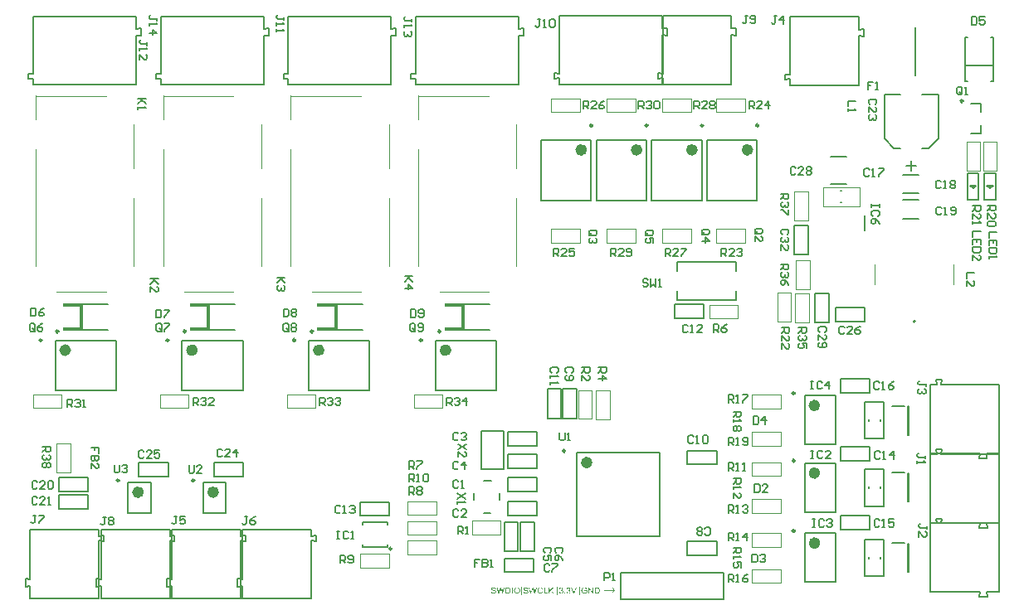
<source format=gto>
G04*
G04 #@! TF.GenerationSoftware,Altium Limited,Altium Designer,21.2.1 (34)*
G04*
G04 Layer_Color=65535*
%FSLAX24Y24*%
%MOIN*%
G70*
G04*
G04 #@! TF.SameCoordinates,093661B1-31BE-42CD-8BD9-57EC7F8E6B73*
G04*
G04*
G04 #@! TF.FilePolarity,Positive*
G04*
G01*
G75*
%ADD10C,0.0236*%
%ADD11C,0.0098*%
%ADD12C,0.0079*%
%ADD13C,0.0039*%
%ADD14C,0.0040*%
%ADD15C,0.0050*%
%ADD16C,0.0060*%
%ADD17C,0.0060*%
%ADD18C,0.0059*%
%ADD19R,0.1102X0.0091*%
%ADD20R,0.0778X0.0157*%
%ADD21R,0.0157X0.1024*%
G36*
X22554Y24174D02*
X22557D01*
X22564Y24173D01*
X22572Y24172D01*
X22580Y24170D01*
X22588Y24168D01*
X22597Y24165D01*
X22597D01*
X22598Y24165D01*
X22599Y24164D01*
X22600Y24163D01*
X22604Y24161D01*
X22609Y24159D01*
X22615Y24155D01*
X22621Y24151D01*
X22626Y24146D01*
X22631Y24140D01*
X22632Y24139D01*
X22633Y24137D01*
X22636Y24134D01*
X22639Y24129D01*
X22641Y24123D01*
X22645Y24116D01*
X22648Y24108D01*
X22651Y24099D01*
X22620Y24091D01*
Y24091D01*
X22620Y24092D01*
X22620Y24093D01*
X22619Y24094D01*
X22618Y24098D01*
X22617Y24102D01*
X22615Y24107D01*
X22612Y24112D01*
X22609Y24117D01*
X22606Y24121D01*
X22606Y24122D01*
X22605Y24123D01*
X22603Y24125D01*
X22600Y24127D01*
X22597Y24130D01*
X22592Y24133D01*
X22588Y24136D01*
X22582Y24139D01*
X22581Y24139D01*
X22580Y24140D01*
X22576Y24141D01*
X22572Y24142D01*
X22567Y24143D01*
X22561Y24145D01*
X22554Y24145D01*
X22548Y24146D01*
X22544D01*
X22542Y24145D01*
X22540D01*
X22534Y24145D01*
X22528Y24144D01*
X22521Y24143D01*
X22514Y24141D01*
X22508Y24138D01*
X22507Y24138D01*
X22505Y24137D01*
X22502Y24135D01*
X22498Y24134D01*
X22494Y24131D01*
X22489Y24128D01*
X22485Y24124D01*
X22481Y24120D01*
X22481Y24120D01*
X22479Y24118D01*
X22477Y24116D01*
X22475Y24113D01*
X22473Y24109D01*
X22470Y24105D01*
X22467Y24100D01*
X22465Y24095D01*
Y24095D01*
X22465Y24094D01*
X22464Y24093D01*
X22463Y24091D01*
X22463Y24089D01*
X22462Y24086D01*
X22461Y24083D01*
X22460Y24080D01*
X22458Y24072D01*
X22457Y24064D01*
X22456Y24055D01*
X22455Y24044D01*
Y24044D01*
Y24043D01*
Y24041D01*
X22456Y24039D01*
Y24036D01*
X22456Y24032D01*
X22457Y24029D01*
X22457Y24025D01*
X22458Y24016D01*
X22460Y24006D01*
X22463Y23997D01*
X22467Y23988D01*
Y23987D01*
X22467Y23987D01*
X22468Y23985D01*
X22469Y23984D01*
X22471Y23980D01*
X22476Y23975D01*
X22480Y23969D01*
X22486Y23964D01*
X22493Y23959D01*
X22501Y23954D01*
X22501D01*
X22502Y23954D01*
X22503Y23953D01*
X22505Y23952D01*
X22506Y23952D01*
X22509Y23951D01*
X22515Y23949D01*
X22522Y23947D01*
X22530Y23945D01*
X22539Y23944D01*
X22548Y23943D01*
X22552D01*
X22554Y23944D01*
X22556D01*
X22561Y23944D01*
X22568Y23945D01*
X22575Y23947D01*
X22583Y23949D01*
X22590Y23951D01*
X22591D01*
X22591Y23952D01*
X22592Y23952D01*
X22593Y23953D01*
X22597Y23955D01*
X22602Y23957D01*
X22607Y23959D01*
X22612Y23962D01*
X22617Y23965D01*
X22622Y23969D01*
Y24016D01*
X22548D01*
Y24046D01*
X22655D01*
Y23953D01*
X22654Y23952D01*
X22653Y23952D01*
X22652Y23951D01*
X22650Y23949D01*
X22648Y23948D01*
X22645Y23946D01*
X22642Y23944D01*
X22639Y23942D01*
X22631Y23937D01*
X22623Y23932D01*
X22613Y23927D01*
X22604Y23923D01*
X22603D01*
X22603Y23923D01*
X22601Y23922D01*
X22599Y23922D01*
X22597Y23921D01*
X22594Y23920D01*
X22591Y23919D01*
X22587Y23918D01*
X22579Y23917D01*
X22570Y23915D01*
X22560Y23914D01*
X22550Y23913D01*
X22546D01*
X22544Y23914D01*
X22541D01*
X22537Y23914D01*
X22532Y23915D01*
X22528Y23915D01*
X22517Y23917D01*
X22506Y23920D01*
X22494Y23924D01*
X22488Y23926D01*
X22482Y23929D01*
X22482Y23929D01*
X22481Y23930D01*
X22480Y23931D01*
X22477Y23932D01*
X22475Y23934D01*
X22472Y23936D01*
X22465Y23941D01*
X22458Y23947D01*
X22450Y23955D01*
X22443Y23964D01*
X22437Y23975D01*
Y23975D01*
X22436Y23976D01*
X22435Y23978D01*
X22434Y23980D01*
X22433Y23983D01*
X22432Y23987D01*
X22430Y23990D01*
X22429Y23995D01*
X22427Y23999D01*
X22426Y24005D01*
X22425Y24010D01*
X22424Y24016D01*
X22422Y24029D01*
X22421Y24042D01*
Y24043D01*
Y24044D01*
Y24046D01*
X22422Y24048D01*
Y24052D01*
X22422Y24056D01*
X22423Y24060D01*
X22423Y24064D01*
X22424Y24070D01*
X22425Y24075D01*
X22428Y24087D01*
X22431Y24099D01*
X22437Y24111D01*
X22437Y24111D01*
X22437Y24112D01*
X22438Y24114D01*
X22439Y24116D01*
X22441Y24119D01*
X22443Y24122D01*
X22448Y24129D01*
X22454Y24137D01*
X22462Y24144D01*
X22470Y24152D01*
X22476Y24155D01*
X22481Y24158D01*
X22481Y24159D01*
X22482Y24159D01*
X22483Y24160D01*
X22486Y24161D01*
X22489Y24162D01*
X22492Y24163D01*
X22496Y24165D01*
X22500Y24166D01*
X22505Y24168D01*
X22510Y24169D01*
X22515Y24170D01*
X22521Y24171D01*
X22534Y24173D01*
X22540Y24174D01*
X22552D01*
X22554Y24174D01*
D02*
G37*
G36*
X22902Y23918D02*
X22867D01*
X22735Y24115D01*
Y23918D01*
X22703D01*
Y24170D01*
X22738D01*
X22870Y23972D01*
Y24170D01*
X22902D01*
Y23918D01*
D02*
G37*
G36*
X23061Y24169D02*
X23068Y24169D01*
X23076Y24168D01*
X23083Y24167D01*
X23089Y24166D01*
X23090D01*
X23090Y24166D01*
X23091D01*
X23093Y24165D01*
X23097Y24164D01*
X23102Y24162D01*
X23108Y24159D01*
X23114Y24156D01*
X23120Y24153D01*
X23126Y24148D01*
X23126Y24147D01*
X23127Y24147D01*
X23128Y24146D01*
X23129Y24145D01*
X23133Y24141D01*
X23137Y24136D01*
X23142Y24130D01*
X23147Y24123D01*
X23152Y24114D01*
X23156Y24105D01*
Y24104D01*
X23156Y24104D01*
X23157Y24102D01*
X23157Y24100D01*
X23158Y24098D01*
X23159Y24095D01*
X23160Y24091D01*
X23161Y24087D01*
X23162Y24083D01*
X23163Y24079D01*
X23165Y24068D01*
X23166Y24057D01*
X23166Y24045D01*
Y24044D01*
Y24044D01*
Y24042D01*
Y24040D01*
X23166Y24038D01*
Y24035D01*
X23165Y24028D01*
X23164Y24020D01*
X23163Y24011D01*
X23161Y24003D01*
X23159Y23994D01*
Y23993D01*
X23159Y23993D01*
X23158Y23992D01*
X23158Y23990D01*
X23157Y23986D01*
X23154Y23981D01*
X23152Y23975D01*
X23149Y23969D01*
X23146Y23963D01*
X23142Y23957D01*
X23142Y23957D01*
X23140Y23955D01*
X23138Y23952D01*
X23135Y23949D01*
X23132Y23945D01*
X23128Y23942D01*
X23124Y23938D01*
X23119Y23935D01*
X23118Y23934D01*
X23117Y23933D01*
X23114Y23932D01*
X23111Y23930D01*
X23106Y23928D01*
X23101Y23926D01*
X23095Y23924D01*
X23089Y23922D01*
X23088D01*
X23087Y23921D01*
X23086Y23921D01*
X23082Y23921D01*
X23077Y23920D01*
X23071Y23919D01*
X23064Y23918D01*
X23057Y23918D01*
X23048Y23918D01*
X22958D01*
Y24170D01*
X23055D01*
X23061Y24169D01*
D02*
G37*
G36*
X21912Y24170D02*
X21916Y24170D01*
X21922Y24169D01*
X21929Y24167D01*
X21935Y24165D01*
X21942Y24162D01*
X21942D01*
X21942Y24161D01*
X21945Y24160D01*
X21948Y24158D01*
X21952Y24155D01*
X21956Y24152D01*
X21960Y24148D01*
X21965Y24143D01*
X21968Y24138D01*
X21969Y24137D01*
X21970Y24135D01*
X21971Y24132D01*
X21973Y24128D01*
X21975Y24123D01*
X21976Y24118D01*
X21977Y24111D01*
X21978Y24105D01*
Y24104D01*
Y24102D01*
X21977Y24099D01*
X21977Y24095D01*
X21976Y24091D01*
X21974Y24086D01*
X21972Y24080D01*
X21969Y24075D01*
X21968Y24075D01*
X21967Y24073D01*
X21965Y24071D01*
X21962Y24068D01*
X21958Y24064D01*
X21954Y24061D01*
X21949Y24058D01*
X21943Y24054D01*
X21943D01*
X21944Y24054D01*
X21945Y24054D01*
X21946Y24053D01*
X21950Y24052D01*
X21956Y24050D01*
X21961Y24047D01*
X21967Y24043D01*
X21973Y24038D01*
X21978Y24033D01*
X21978Y24032D01*
X21980Y24030D01*
X21982Y24026D01*
X21984Y24021D01*
X21986Y24016D01*
X21988Y24009D01*
X21990Y24001D01*
X21990Y23992D01*
Y23992D01*
Y23991D01*
Y23989D01*
X21990Y23987D01*
X21989Y23984D01*
X21989Y23980D01*
X21988Y23977D01*
X21987Y23973D01*
X21984Y23964D01*
X21982Y23959D01*
X21980Y23955D01*
X21977Y23950D01*
X21974Y23945D01*
X21970Y23941D01*
X21966Y23936D01*
X21965Y23936D01*
X21965Y23935D01*
X21963Y23934D01*
X21961Y23933D01*
X21959Y23931D01*
X21956Y23929D01*
X21953Y23927D01*
X21949Y23925D01*
X21945Y23923D01*
X21940Y23921D01*
X21936Y23919D01*
X21930Y23917D01*
X21924Y23916D01*
X21918Y23914D01*
X21912Y23914D01*
X21905Y23913D01*
X21902D01*
X21899Y23914D01*
X21897Y23914D01*
X21893Y23914D01*
X21890Y23915D01*
X21886Y23916D01*
X21877Y23918D01*
X21868Y23922D01*
X21863Y23924D01*
X21859Y23926D01*
X21854Y23930D01*
X21850Y23933D01*
X21850Y23933D01*
X21849Y23934D01*
X21848Y23935D01*
X21847Y23937D01*
X21845Y23939D01*
X21843Y23941D01*
X21841Y23944D01*
X21839Y23947D01*
X21837Y23951D01*
X21834Y23954D01*
X21830Y23963D01*
X21827Y23973D01*
X21826Y23979D01*
X21825Y23984D01*
X21856Y23988D01*
Y23988D01*
X21857Y23987D01*
X21857Y23986D01*
X21857Y23984D01*
X21858Y23982D01*
X21858Y23979D01*
X21860Y23974D01*
X21863Y23967D01*
X21866Y23961D01*
X21870Y23955D01*
X21874Y23950D01*
X21875Y23950D01*
X21876Y23948D01*
X21879Y23947D01*
X21883Y23945D01*
X21887Y23943D01*
X21893Y23941D01*
X21899Y23939D01*
X21905Y23939D01*
X21908D01*
X21909Y23939D01*
X21913Y23940D01*
X21918Y23941D01*
X21924Y23943D01*
X21930Y23945D01*
X21936Y23949D01*
X21942Y23954D01*
X21943Y23955D01*
X21945Y23957D01*
X21947Y23960D01*
X21950Y23964D01*
X21953Y23970D01*
X21955Y23976D01*
X21957Y23983D01*
X21957Y23991D01*
Y23992D01*
Y23992D01*
Y23993D01*
X21957Y23995D01*
X21957Y23999D01*
X21956Y24004D01*
X21954Y24009D01*
X21952Y24015D01*
X21948Y24021D01*
X21943Y24027D01*
X21942Y24027D01*
X21941Y24029D01*
X21938Y24031D01*
X21934Y24034D01*
X21929Y24036D01*
X21922Y24038D01*
X21916Y24040D01*
X21908Y24040D01*
X21905D01*
X21902Y24040D01*
X21899Y24040D01*
X21895Y24039D01*
X21891Y24038D01*
X21886Y24037D01*
X21890Y24064D01*
X21891D01*
X21893Y24064D01*
X21898D01*
X21902Y24065D01*
X21906Y24066D01*
X21912Y24067D01*
X21918Y24068D01*
X21924Y24071D01*
X21930Y24074D01*
X21930D01*
X21931Y24075D01*
X21933Y24076D01*
X21935Y24079D01*
X21938Y24082D01*
X21941Y24087D01*
X21944Y24092D01*
X21945Y24098D01*
X21946Y24102D01*
Y24106D01*
Y24106D01*
Y24107D01*
Y24109D01*
X21945Y24112D01*
X21945Y24116D01*
X21943Y24120D01*
X21941Y24125D01*
X21938Y24130D01*
X21934Y24134D01*
X21934Y24134D01*
X21932Y24136D01*
X21930Y24138D01*
X21926Y24140D01*
X21922Y24142D01*
X21917Y24143D01*
X21911Y24145D01*
X21905Y24145D01*
X21902D01*
X21898Y24145D01*
X21894Y24144D01*
X21889Y24142D01*
X21885Y24141D01*
X21879Y24138D01*
X21875Y24134D01*
X21874Y24134D01*
X21873Y24132D01*
X21871Y24129D01*
X21868Y24126D01*
X21866Y24121D01*
X21863Y24115D01*
X21861Y24108D01*
X21859Y24100D01*
X21829Y24106D01*
Y24106D01*
X21829Y24107D01*
X21829Y24108D01*
X21830Y24111D01*
X21830Y24113D01*
X21831Y24116D01*
X21834Y24123D01*
X21837Y24131D01*
X21842Y24139D01*
X21847Y24147D01*
X21854Y24154D01*
X21854Y24154D01*
X21855Y24154D01*
X21856Y24155D01*
X21858Y24156D01*
X21859Y24158D01*
X21862Y24159D01*
X21865Y24161D01*
X21868Y24162D01*
X21875Y24165D01*
X21883Y24168D01*
X21893Y24170D01*
X21898Y24171D01*
X21908D01*
X21912Y24170D01*
D02*
G37*
G36*
X21618D02*
X21623Y24170D01*
X21628Y24169D01*
X21635Y24167D01*
X21641Y24165D01*
X21648Y24162D01*
X21648D01*
X21649Y24161D01*
X21651Y24160D01*
X21654Y24158D01*
X21658Y24155D01*
X21662Y24152D01*
X21667Y24148D01*
X21671Y24143D01*
X21675Y24138D01*
X21675Y24137D01*
X21676Y24135D01*
X21677Y24132D01*
X21679Y24128D01*
X21681Y24123D01*
X21683Y24118D01*
X21684Y24111D01*
X21684Y24105D01*
Y24104D01*
Y24102D01*
X21684Y24099D01*
X21683Y24095D01*
X21682Y24091D01*
X21680Y24086D01*
X21678Y24080D01*
X21675Y24075D01*
X21675Y24075D01*
X21673Y24073D01*
X21671Y24071D01*
X21668Y24068D01*
X21665Y24064D01*
X21660Y24061D01*
X21655Y24058D01*
X21649Y24054D01*
X21649D01*
X21650Y24054D01*
X21651Y24054D01*
X21653Y24053D01*
X21657Y24052D01*
X21662Y24050D01*
X21668Y24047D01*
X21673Y24043D01*
X21679Y24038D01*
X21684Y24033D01*
X21684Y24032D01*
X21686Y24030D01*
X21688Y24026D01*
X21690Y24021D01*
X21692Y24016D01*
X21695Y24009D01*
X21696Y24001D01*
X21696Y23992D01*
Y23992D01*
Y23991D01*
Y23989D01*
X21696Y23987D01*
X21696Y23984D01*
X21695Y23980D01*
X21694Y23977D01*
X21693Y23973D01*
X21691Y23964D01*
X21688Y23959D01*
X21686Y23955D01*
X21683Y23950D01*
X21680Y23945D01*
X21676Y23941D01*
X21672Y23936D01*
X21672Y23936D01*
X21671Y23935D01*
X21669Y23934D01*
X21668Y23933D01*
X21665Y23931D01*
X21663Y23929D01*
X21659Y23927D01*
X21655Y23925D01*
X21651Y23923D01*
X21647Y23921D01*
X21642Y23919D01*
X21636Y23917D01*
X21630Y23916D01*
X21624Y23914D01*
X21618Y23914D01*
X21611Y23913D01*
X21608D01*
X21606Y23914D01*
X21603Y23914D01*
X21600Y23914D01*
X21596Y23915D01*
X21592Y23916D01*
X21583Y23918D01*
X21574Y23922D01*
X21569Y23924D01*
X21565Y23926D01*
X21561Y23930D01*
X21556Y23933D01*
X21556Y23933D01*
X21555Y23934D01*
X21554Y23935D01*
X21553Y23937D01*
X21551Y23939D01*
X21549Y23941D01*
X21547Y23944D01*
X21545Y23947D01*
X21543Y23951D01*
X21541Y23954D01*
X21537Y23963D01*
X21533Y23973D01*
X21532Y23979D01*
X21532Y23984D01*
X21562Y23988D01*
Y23988D01*
X21563Y23987D01*
X21563Y23986D01*
X21564Y23984D01*
X21564Y23982D01*
X21565Y23979D01*
X21566Y23974D01*
X21569Y23967D01*
X21572Y23961D01*
X21576Y23955D01*
X21580Y23950D01*
X21581Y23950D01*
X21582Y23948D01*
X21585Y23947D01*
X21589Y23945D01*
X21593Y23943D01*
X21599Y23941D01*
X21605Y23939D01*
X21612Y23939D01*
X21614D01*
X21615Y23939D01*
X21619Y23940D01*
X21624Y23941D01*
X21630Y23943D01*
X21636Y23945D01*
X21643Y23949D01*
X21648Y23954D01*
X21649Y23955D01*
X21651Y23957D01*
X21653Y23960D01*
X21656Y23964D01*
X21659Y23970D01*
X21661Y23976D01*
X21663Y23983D01*
X21664Y23991D01*
Y23992D01*
Y23992D01*
Y23993D01*
X21663Y23995D01*
X21663Y23999D01*
X21662Y24004D01*
X21660Y24009D01*
X21658Y24015D01*
X21654Y24021D01*
X21649Y24027D01*
X21649Y24027D01*
X21647Y24029D01*
X21644Y24031D01*
X21640Y24034D01*
X21635Y24036D01*
X21629Y24038D01*
X21622Y24040D01*
X21614Y24040D01*
X21611D01*
X21608Y24040D01*
X21605Y24040D01*
X21601Y24039D01*
X21597Y24038D01*
X21592Y24037D01*
X21596Y24064D01*
X21598D01*
X21599Y24064D01*
X21604D01*
X21608Y24065D01*
X21613Y24066D01*
X21618Y24067D01*
X21624Y24068D01*
X21630Y24071D01*
X21636Y24074D01*
X21637D01*
X21637Y24075D01*
X21639Y24076D01*
X21641Y24079D01*
X21644Y24082D01*
X21647Y24087D01*
X21650Y24092D01*
X21652Y24098D01*
X21652Y24102D01*
Y24106D01*
Y24106D01*
Y24107D01*
Y24109D01*
X21652Y24112D01*
X21651Y24116D01*
X21649Y24120D01*
X21648Y24125D01*
X21645Y24130D01*
X21641Y24134D01*
X21640Y24134D01*
X21639Y24136D01*
X21636Y24138D01*
X21633Y24140D01*
X21628Y24142D01*
X21623Y24143D01*
X21617Y24145D01*
X21611Y24145D01*
X21608D01*
X21605Y24145D01*
X21600Y24144D01*
X21596Y24142D01*
X21591Y24141D01*
X21586Y24138D01*
X21581Y24134D01*
X21581Y24134D01*
X21579Y24132D01*
X21577Y24129D01*
X21574Y24126D01*
X21572Y24121D01*
X21569Y24115D01*
X21567Y24108D01*
X21566Y24100D01*
X21535Y24106D01*
Y24106D01*
X21535Y24107D01*
X21535Y24108D01*
X21536Y24111D01*
X21537Y24113D01*
X21538Y24116D01*
X21540Y24123D01*
X21544Y24131D01*
X21548Y24139D01*
X21553Y24147D01*
X21560Y24154D01*
X21561Y24154D01*
X21561Y24154D01*
X21562Y24155D01*
X21564Y24156D01*
X21566Y24158D01*
X21568Y24159D01*
X21571Y24161D01*
X21574Y24162D01*
X21581Y24165D01*
X21590Y24168D01*
X21600Y24170D01*
X21605Y24171D01*
X21614D01*
X21618Y24170D01*
D02*
G37*
G36*
X22140Y23918D02*
X22105D01*
X22007Y24170D01*
X22044D01*
X22109Y23987D01*
Y23986D01*
X22110Y23985D01*
X22110Y23984D01*
X22111Y23983D01*
X22111Y23981D01*
X22112Y23979D01*
X22114Y23973D01*
X22116Y23967D01*
X22118Y23960D01*
X22122Y23945D01*
Y23946D01*
X22123Y23947D01*
X22123Y23948D01*
X22123Y23949D01*
X22124Y23953D01*
X22126Y23959D01*
X22128Y23965D01*
X22130Y23972D01*
X22133Y23979D01*
X22136Y23987D01*
X22204Y24170D01*
X22238D01*
X22140Y23918D01*
D02*
G37*
G36*
X21780D02*
X21744D01*
Y23953D01*
X21780D01*
Y23918D01*
D02*
G37*
G36*
X20196Y24174D02*
X20198D01*
X20205Y24173D01*
X20213Y24172D01*
X20221Y24170D01*
X20230Y24168D01*
X20238Y24165D01*
X20238D01*
X20239Y24165D01*
X20240Y24164D01*
X20241Y24163D01*
X20245Y24161D01*
X20250Y24158D01*
X20255Y24154D01*
X20261Y24150D01*
X20266Y24144D01*
X20270Y24138D01*
Y24138D01*
X20271Y24137D01*
X20271Y24136D01*
X20272Y24135D01*
X20274Y24131D01*
X20276Y24127D01*
X20279Y24121D01*
X20281Y24114D01*
X20282Y24107D01*
X20283Y24099D01*
X20251Y24096D01*
Y24096D01*
Y24097D01*
X20251Y24098D01*
X20250Y24100D01*
X20249Y24104D01*
X20248Y24110D01*
X20246Y24115D01*
X20242Y24121D01*
X20238Y24127D01*
X20233Y24132D01*
X20233Y24132D01*
X20231Y24134D01*
X20227Y24136D01*
X20222Y24138D01*
X20216Y24140D01*
X20209Y24142D01*
X20200Y24144D01*
X20190Y24144D01*
X20184D01*
X20182Y24144D01*
X20179Y24143D01*
X20173Y24143D01*
X20166Y24141D01*
X20158Y24139D01*
X20151Y24137D01*
X20148Y24135D01*
X20146Y24133D01*
X20145Y24133D01*
X20143Y24131D01*
X20141Y24129D01*
X20139Y24126D01*
X20136Y24122D01*
X20134Y24117D01*
X20133Y24112D01*
X20132Y24106D01*
Y24106D01*
Y24104D01*
X20132Y24102D01*
X20133Y24099D01*
X20134Y24095D01*
X20136Y24091D01*
X20138Y24088D01*
X20142Y24084D01*
X20142Y24084D01*
X20144Y24083D01*
X20145Y24082D01*
X20147Y24081D01*
X20149Y24080D01*
X20151Y24078D01*
X20155Y24077D01*
X20158Y24076D01*
X20162Y24074D01*
X20167Y24072D01*
X20172Y24071D01*
X20178Y24069D01*
X20184Y24068D01*
X20192Y24066D01*
X20192D01*
X20194Y24066D01*
X20196Y24065D01*
X20198Y24064D01*
X20202Y24064D01*
X20206Y24063D01*
X20210Y24062D01*
X20214Y24060D01*
X20223Y24058D01*
X20233Y24055D01*
X20237Y24054D01*
X20241Y24052D01*
X20245Y24051D01*
X20247Y24050D01*
X20248D01*
X20249Y24050D01*
X20250Y24049D01*
X20251Y24048D01*
X20255Y24046D01*
X20260Y24043D01*
X20265Y24039D01*
X20271Y24035D01*
X20276Y24030D01*
X20280Y24024D01*
X20281Y24023D01*
X20282Y24021D01*
X20283Y24018D01*
X20286Y24014D01*
X20287Y24009D01*
X20289Y24003D01*
X20290Y23996D01*
X20291Y23988D01*
Y23988D01*
Y23988D01*
Y23987D01*
Y23985D01*
X20290Y23981D01*
X20289Y23976D01*
X20288Y23970D01*
X20286Y23964D01*
X20283Y23957D01*
X20279Y23951D01*
Y23950D01*
X20279Y23950D01*
X20277Y23948D01*
X20274Y23944D01*
X20271Y23941D01*
X20266Y23936D01*
X20260Y23932D01*
X20254Y23927D01*
X20246Y23923D01*
X20246D01*
X20245Y23923D01*
X20244Y23922D01*
X20242Y23922D01*
X20240Y23921D01*
X20238Y23920D01*
X20232Y23918D01*
X20225Y23917D01*
X20216Y23915D01*
X20207Y23914D01*
X20198Y23913D01*
X20192D01*
X20189Y23914D01*
X20186D01*
X20182Y23914D01*
X20178Y23914D01*
X20168Y23916D01*
X20159Y23917D01*
X20150Y23920D01*
X20140Y23923D01*
X20140D01*
X20139Y23924D01*
X20138Y23924D01*
X20137Y23925D01*
X20132Y23927D01*
X20127Y23930D01*
X20121Y23935D01*
X20115Y23940D01*
X20109Y23946D01*
X20104Y23953D01*
Y23953D01*
X20103Y23954D01*
X20103Y23955D01*
X20102Y23957D01*
X20101Y23959D01*
X20100Y23961D01*
X20097Y23966D01*
X20095Y23973D01*
X20093Y23981D01*
X20091Y23989D01*
X20091Y23999D01*
X20122Y24001D01*
Y24001D01*
Y24001D01*
X20122Y24000D01*
Y23998D01*
X20123Y23995D01*
X20124Y23990D01*
X20126Y23985D01*
X20127Y23980D01*
X20129Y23975D01*
X20132Y23970D01*
X20132Y23970D01*
X20134Y23968D01*
X20135Y23966D01*
X20138Y23963D01*
X20142Y23960D01*
X20146Y23957D01*
X20151Y23953D01*
X20157Y23951D01*
X20158D01*
X20158Y23950D01*
X20159Y23950D01*
X20160Y23949D01*
X20164Y23948D01*
X20168Y23947D01*
X20174Y23945D01*
X20181Y23944D01*
X20188Y23944D01*
X20196Y23943D01*
X20199D01*
X20203Y23944D01*
X20207Y23944D01*
X20212Y23945D01*
X20218Y23945D01*
X20224Y23947D01*
X20230Y23949D01*
X20230Y23949D01*
X20232Y23950D01*
X20235Y23951D01*
X20238Y23953D01*
X20241Y23955D01*
X20245Y23958D01*
X20249Y23961D01*
X20251Y23964D01*
X20252Y23965D01*
X20253Y23966D01*
X20254Y23968D01*
X20255Y23971D01*
X20257Y23974D01*
X20258Y23977D01*
X20258Y23981D01*
X20259Y23986D01*
Y23986D01*
Y23988D01*
X20258Y23990D01*
X20258Y23993D01*
X20257Y23996D01*
X20256Y24000D01*
X20254Y24003D01*
X20251Y24007D01*
X20251Y24007D01*
X20250Y24008D01*
X20249Y24009D01*
X20246Y24012D01*
X20243Y24014D01*
X20239Y24016D01*
X20234Y24019D01*
X20229Y24021D01*
X20229Y24021D01*
X20227Y24022D01*
X20224Y24023D01*
X20222Y24023D01*
X20219Y24024D01*
X20217Y24025D01*
X20214Y24026D01*
X20210Y24027D01*
X20206Y24028D01*
X20201Y24029D01*
X20196Y24031D01*
X20190Y24032D01*
X20184Y24034D01*
X20184D01*
X20183Y24034D01*
X20181Y24034D01*
X20179Y24035D01*
X20176Y24036D01*
X20172Y24036D01*
X20165Y24039D01*
X20157Y24041D01*
X20149Y24044D01*
X20142Y24046D01*
X20138Y24048D01*
X20135Y24049D01*
X20135D01*
X20135Y24050D01*
X20132Y24051D01*
X20129Y24053D01*
X20126Y24056D01*
X20121Y24059D01*
X20117Y24063D01*
X20112Y24068D01*
X20109Y24073D01*
X20108Y24074D01*
X20107Y24075D01*
X20106Y24078D01*
X20104Y24082D01*
X20103Y24087D01*
X20101Y24092D01*
X20100Y24098D01*
X20100Y24104D01*
Y24104D01*
Y24105D01*
Y24106D01*
Y24107D01*
X20101Y24111D01*
X20101Y24116D01*
X20103Y24121D01*
X20104Y24127D01*
X20107Y24134D01*
X20111Y24140D01*
Y24140D01*
X20111Y24141D01*
X20113Y24143D01*
X20115Y24146D01*
X20119Y24149D01*
X20123Y24153D01*
X20128Y24158D01*
X20135Y24162D01*
X20142Y24165D01*
X20143D01*
X20143Y24166D01*
X20144Y24166D01*
X20146Y24167D01*
X20148Y24167D01*
X20150Y24168D01*
X20156Y24170D01*
X20163Y24171D01*
X20171Y24173D01*
X20179Y24174D01*
X20188Y24174D01*
X20193D01*
X20196Y24174D01*
D02*
G37*
G36*
X20784D02*
X20787Y24173D01*
X20791Y24173D01*
X20795Y24173D01*
X20800Y24171D01*
X20810Y24169D01*
X20821Y24166D01*
X20826Y24164D01*
X20831Y24161D01*
X20836Y24158D01*
X20841Y24155D01*
X20842Y24154D01*
X20843Y24154D01*
X20844Y24153D01*
X20846Y24151D01*
X20848Y24149D01*
X20850Y24147D01*
X20853Y24144D01*
X20856Y24141D01*
X20859Y24137D01*
X20861Y24133D01*
X20865Y24129D01*
X20868Y24124D01*
X20870Y24118D01*
X20873Y24113D01*
X20875Y24107D01*
X20878Y24100D01*
X20845Y24093D01*
Y24093D01*
X20844Y24094D01*
X20844Y24095D01*
X20843Y24097D01*
X20842Y24099D01*
X20841Y24102D01*
X20838Y24108D01*
X20835Y24115D01*
X20830Y24121D01*
X20825Y24127D01*
X20819Y24133D01*
X20818Y24134D01*
X20816Y24135D01*
X20812Y24137D01*
X20808Y24139D01*
X20801Y24142D01*
X20795Y24144D01*
X20786Y24145D01*
X20777Y24146D01*
X20774D01*
X20772Y24145D01*
X20770D01*
X20767Y24145D01*
X20760Y24144D01*
X20752Y24142D01*
X20744Y24140D01*
X20736Y24136D01*
X20728Y24131D01*
X20728D01*
X20728Y24131D01*
X20725Y24129D01*
X20722Y24126D01*
X20718Y24122D01*
X20713Y24116D01*
X20709Y24110D01*
X20705Y24102D01*
X20701Y24094D01*
Y24094D01*
X20701Y24093D01*
X20700Y24092D01*
X20700Y24090D01*
X20699Y24088D01*
X20698Y24085D01*
X20697Y24079D01*
X20696Y24072D01*
X20694Y24064D01*
X20694Y24055D01*
X20693Y24046D01*
Y24045D01*
Y24044D01*
Y24042D01*
Y24040D01*
X20694Y24038D01*
Y24034D01*
X20694Y24031D01*
X20694Y24027D01*
X20696Y24018D01*
X20697Y24008D01*
X20700Y23999D01*
X20702Y23989D01*
Y23989D01*
X20703Y23988D01*
X20704Y23987D01*
X20704Y23985D01*
X20706Y23981D01*
X20710Y23976D01*
X20714Y23970D01*
X20719Y23964D01*
X20725Y23959D01*
X20732Y23953D01*
X20732D01*
X20733Y23953D01*
X20734Y23952D01*
X20735Y23952D01*
X20737Y23951D01*
X20739Y23950D01*
X20744Y23948D01*
X20751Y23945D01*
X20758Y23944D01*
X20766Y23942D01*
X20775Y23942D01*
X20777D01*
X20779Y23942D01*
X20782D01*
X20784Y23943D01*
X20791Y23944D01*
X20799Y23946D01*
X20806Y23949D01*
X20814Y23953D01*
X20818Y23955D01*
X20822Y23958D01*
X20822Y23958D01*
X20823Y23959D01*
X20824Y23960D01*
X20825Y23961D01*
X20827Y23963D01*
X20828Y23965D01*
X20831Y23967D01*
X20832Y23970D01*
X20835Y23973D01*
X20837Y23977D01*
X20839Y23980D01*
X20841Y23985D01*
X20843Y23989D01*
X20845Y23995D01*
X20847Y24000D01*
X20848Y24006D01*
X20882Y23997D01*
Y23997D01*
X20882Y23996D01*
X20881Y23993D01*
X20880Y23991D01*
X20879Y23987D01*
X20877Y23983D01*
X20875Y23979D01*
X20873Y23974D01*
X20868Y23964D01*
X20861Y23954D01*
X20858Y23949D01*
X20853Y23944D01*
X20849Y23939D01*
X20844Y23935D01*
X20844Y23935D01*
X20843Y23934D01*
X20841Y23933D01*
X20839Y23932D01*
X20836Y23930D01*
X20833Y23928D01*
X20829Y23926D01*
X20825Y23924D01*
X20821Y23922D01*
X20816Y23920D01*
X20810Y23918D01*
X20804Y23917D01*
X20798Y23915D01*
X20792Y23914D01*
X20785Y23914D01*
X20777Y23913D01*
X20773D01*
X20770Y23914D01*
X20767D01*
X20763Y23914D01*
X20759Y23915D01*
X20754Y23916D01*
X20743Y23917D01*
X20732Y23920D01*
X20721Y23924D01*
X20716Y23927D01*
X20711Y23930D01*
X20711Y23930D01*
X20710Y23930D01*
X20709Y23932D01*
X20707Y23933D01*
X20705Y23935D01*
X20702Y23937D01*
X20700Y23939D01*
X20697Y23942D01*
X20694Y23945D01*
X20690Y23949D01*
X20684Y23957D01*
X20678Y23967D01*
X20672Y23978D01*
Y23978D01*
X20671Y23979D01*
X20671Y23981D01*
X20670Y23983D01*
X20669Y23986D01*
X20668Y23990D01*
X20667Y23994D01*
X20666Y23998D01*
X20665Y24003D01*
X20663Y24008D01*
X20661Y24020D01*
X20660Y24032D01*
X20659Y24046D01*
Y24046D01*
Y24047D01*
Y24050D01*
X20659Y24052D01*
Y24056D01*
X20660Y24059D01*
X20660Y24064D01*
X20661Y24069D01*
X20663Y24079D01*
X20665Y24091D01*
X20669Y24103D01*
X20674Y24114D01*
X20674Y24114D01*
X20675Y24115D01*
X20675Y24117D01*
X20677Y24119D01*
X20678Y24121D01*
X20680Y24124D01*
X20685Y24131D01*
X20691Y24138D01*
X20698Y24145D01*
X20707Y24153D01*
X20717Y24159D01*
X20717Y24159D01*
X20718Y24159D01*
X20720Y24160D01*
X20721Y24161D01*
X20724Y24162D01*
X20727Y24163D01*
X20731Y24165D01*
X20735Y24166D01*
X20739Y24168D01*
X20744Y24169D01*
X20754Y24171D01*
X20766Y24173D01*
X20778Y24174D01*
X20781D01*
X20784Y24174D01*
D02*
G37*
G36*
X21215Y24067D02*
X21326Y23918D01*
X21282D01*
X21192Y24045D01*
X21151Y24005D01*
Y23918D01*
X21117D01*
Y24170D01*
X21151D01*
Y24044D01*
X21275Y24170D01*
X21321D01*
X21215Y24067D01*
D02*
G37*
G36*
X20568Y23918D02*
X20536D01*
X20483Y24110D01*
Y24110D01*
X20483Y24111D01*
X20482Y24112D01*
X20482Y24114D01*
X20481Y24118D01*
X20480Y24122D01*
X20478Y24127D01*
X20477Y24132D01*
X20476Y24136D01*
X20475Y24138D01*
X20475Y24139D01*
Y24139D01*
X20475Y24138D01*
X20474Y24136D01*
X20473Y24133D01*
X20472Y24129D01*
X20471Y24125D01*
X20470Y24119D01*
X20469Y24114D01*
X20467Y24110D01*
X20414Y23918D01*
X20379D01*
X20313Y24170D01*
X20348D01*
X20385Y24004D01*
Y24004D01*
X20386Y24003D01*
X20386Y24002D01*
X20386Y24000D01*
X20387Y23997D01*
X20388Y23995D01*
X20388Y23992D01*
X20389Y23988D01*
X20391Y23980D01*
X20393Y23972D01*
X20394Y23962D01*
X20396Y23953D01*
Y23953D01*
X20397Y23955D01*
X20397Y23956D01*
X20398Y23959D01*
X20398Y23962D01*
X20400Y23966D01*
X20401Y23974D01*
X20404Y23982D01*
X20404Y23986D01*
X20405Y23989D01*
X20406Y23993D01*
X20407Y23996D01*
X20408Y23998D01*
X20408Y23999D01*
X20456Y24170D01*
X20496D01*
X20532Y24042D01*
Y24042D01*
X20532Y24040D01*
X20533Y24037D01*
X20534Y24034D01*
X20535Y24030D01*
X20536Y24025D01*
X20538Y24019D01*
X20539Y24013D01*
X20541Y24006D01*
X20543Y23999D01*
X20546Y23984D01*
X20549Y23969D01*
X20552Y23953D01*
Y23953D01*
X20552Y23954D01*
Y23955D01*
X20553Y23957D01*
X20553Y23959D01*
X20554Y23962D01*
X20554Y23965D01*
X20555Y23969D01*
X20557Y23977D01*
X20559Y23986D01*
X20562Y23996D01*
X20564Y24008D01*
X20604Y24170D01*
X20638D01*
X20568Y23918D01*
D02*
G37*
G36*
X20955Y23948D02*
X21079D01*
Y23918D01*
X20922D01*
Y24170D01*
X20955D01*
Y23948D01*
D02*
G37*
G36*
X18904Y24174D02*
X18907D01*
X18914Y24173D01*
X18922Y24172D01*
X18930Y24170D01*
X18938Y24168D01*
X18946Y24165D01*
X18947D01*
X18947Y24165D01*
X18948Y24164D01*
X18950Y24163D01*
X18954Y24161D01*
X18958Y24158D01*
X18964Y24154D01*
X18969Y24150D01*
X18974Y24144D01*
X18979Y24138D01*
Y24138D01*
X18979Y24137D01*
X18980Y24136D01*
X18981Y24135D01*
X18983Y24131D01*
X18985Y24127D01*
X18987Y24121D01*
X18989Y24114D01*
X18991Y24107D01*
X18992Y24099D01*
X18960Y24096D01*
Y24096D01*
Y24097D01*
X18959Y24098D01*
X18959Y24100D01*
X18958Y24104D01*
X18956Y24110D01*
X18954Y24115D01*
X18951Y24121D01*
X18947Y24127D01*
X18942Y24132D01*
X18941Y24132D01*
X18939Y24134D01*
X18936Y24136D01*
X18931Y24138D01*
X18925Y24140D01*
X18918Y24142D01*
X18908Y24144D01*
X18898Y24144D01*
X18893D01*
X18891Y24144D01*
X18888Y24143D01*
X18881Y24143D01*
X18874Y24141D01*
X18867Y24139D01*
X18860Y24137D01*
X18857Y24135D01*
X18854Y24133D01*
X18853Y24133D01*
X18852Y24131D01*
X18850Y24129D01*
X18848Y24126D01*
X18845Y24122D01*
X18843Y24117D01*
X18841Y24112D01*
X18841Y24106D01*
Y24106D01*
Y24104D01*
X18841Y24102D01*
X18842Y24099D01*
X18843Y24095D01*
X18845Y24091D01*
X18847Y24088D01*
X18850Y24084D01*
X18851Y24084D01*
X18852Y24083D01*
X18854Y24082D01*
X18855Y24081D01*
X18857Y24080D01*
X18860Y24078D01*
X18863Y24077D01*
X18867Y24076D01*
X18871Y24074D01*
X18876Y24072D01*
X18881Y24071D01*
X18887Y24069D01*
X18893Y24068D01*
X18900Y24066D01*
X18901D01*
X18902Y24066D01*
X18904Y24065D01*
X18907Y24064D01*
X18910Y24064D01*
X18914Y24063D01*
X18918Y24062D01*
X18923Y24060D01*
X18932Y24058D01*
X18941Y24055D01*
X18946Y24054D01*
X18950Y24052D01*
X18953Y24051D01*
X18956Y24050D01*
X18956D01*
X18957Y24050D01*
X18958Y24049D01*
X18960Y24048D01*
X18964Y24046D01*
X18968Y24043D01*
X18974Y24039D01*
X18979Y24035D01*
X18984Y24030D01*
X18989Y24024D01*
X18989Y24023D01*
X18991Y24021D01*
X18992Y24018D01*
X18994Y24014D01*
X18996Y24009D01*
X18998Y24003D01*
X18999Y23996D01*
X18999Y23988D01*
Y23988D01*
Y23988D01*
Y23987D01*
Y23985D01*
X18999Y23981D01*
X18998Y23976D01*
X18996Y23970D01*
X18995Y23964D01*
X18992Y23957D01*
X18988Y23951D01*
Y23950D01*
X18987Y23950D01*
X18986Y23948D01*
X18983Y23944D01*
X18979Y23941D01*
X18975Y23936D01*
X18969Y23932D01*
X18962Y23927D01*
X18955Y23923D01*
X18954D01*
X18954Y23923D01*
X18952Y23922D01*
X18951Y23922D01*
X18949Y23921D01*
X18946Y23920D01*
X18940Y23918D01*
X18934Y23917D01*
X18925Y23915D01*
X18916Y23914D01*
X18906Y23913D01*
X18900D01*
X18897Y23914D01*
X18894D01*
X18891Y23914D01*
X18886Y23914D01*
X18877Y23916D01*
X18868Y23917D01*
X18858Y23920D01*
X18849Y23923D01*
X18849D01*
X18848Y23924D01*
X18847Y23924D01*
X18845Y23925D01*
X18841Y23927D01*
X18836Y23930D01*
X18830Y23935D01*
X18824Y23940D01*
X18818Y23946D01*
X18813Y23953D01*
Y23953D01*
X18812Y23954D01*
X18812Y23955D01*
X18810Y23957D01*
X18810Y23959D01*
X18809Y23961D01*
X18806Y23966D01*
X18804Y23973D01*
X18801Y23981D01*
X18800Y23989D01*
X18799Y23999D01*
X18831Y24001D01*
Y24001D01*
Y24001D01*
X18831Y24000D01*
Y23998D01*
X18832Y23995D01*
X18833Y23990D01*
X18834Y23985D01*
X18836Y23980D01*
X18838Y23975D01*
X18841Y23970D01*
X18841Y23970D01*
X18842Y23968D01*
X18844Y23966D01*
X18847Y23963D01*
X18851Y23960D01*
X18855Y23957D01*
X18860Y23953D01*
X18866Y23951D01*
X18866D01*
X18867Y23950D01*
X18868Y23950D01*
X18869Y23949D01*
X18872Y23948D01*
X18877Y23947D01*
X18883Y23945D01*
X18889Y23944D01*
X18897Y23944D01*
X18905Y23943D01*
X18908D01*
X18912Y23944D01*
X18916Y23944D01*
X18921Y23945D01*
X18927Y23945D01*
X18933Y23947D01*
X18938Y23949D01*
X18939Y23949D01*
X18941Y23950D01*
X18943Y23951D01*
X18947Y23953D01*
X18950Y23955D01*
X18954Y23958D01*
X18957Y23961D01*
X18960Y23964D01*
X18960Y23965D01*
X18961Y23966D01*
X18962Y23968D01*
X18964Y23971D01*
X18965Y23974D01*
X18966Y23977D01*
X18967Y23981D01*
X18967Y23986D01*
Y23986D01*
Y23988D01*
X18967Y23990D01*
X18967Y23993D01*
X18966Y23996D01*
X18964Y24000D01*
X18963Y24003D01*
X18960Y24007D01*
X18960Y24007D01*
X18959Y24008D01*
X18957Y24009D01*
X18955Y24012D01*
X18952Y24014D01*
X18948Y24016D01*
X18943Y24019D01*
X18938Y24021D01*
X18937Y24021D01*
X18935Y24022D01*
X18932Y24023D01*
X18931Y24023D01*
X18928Y24024D01*
X18926Y24025D01*
X18922Y24026D01*
X18919Y24027D01*
X18914Y24028D01*
X18910Y24029D01*
X18905Y24031D01*
X18899Y24032D01*
X18893Y24034D01*
X18892D01*
X18891Y24034D01*
X18889Y24034D01*
X18887Y24035D01*
X18884Y24036D01*
X18881Y24036D01*
X18874Y24039D01*
X18866Y24041D01*
X18857Y24044D01*
X18850Y24046D01*
X18847Y24048D01*
X18844Y24049D01*
X18844D01*
X18843Y24050D01*
X18841Y24051D01*
X18838Y24053D01*
X18834Y24056D01*
X18830Y24059D01*
X18825Y24063D01*
X18821Y24068D01*
X18817Y24073D01*
X18817Y24074D01*
X18816Y24075D01*
X18815Y24078D01*
X18813Y24082D01*
X18812Y24087D01*
X18810Y24092D01*
X18809Y24098D01*
X18809Y24104D01*
Y24104D01*
Y24105D01*
Y24106D01*
Y24107D01*
X18809Y24111D01*
X18810Y24116D01*
X18811Y24121D01*
X18813Y24127D01*
X18816Y24134D01*
X18819Y24140D01*
Y24140D01*
X18820Y24141D01*
X18821Y24143D01*
X18824Y24146D01*
X18827Y24149D01*
X18832Y24153D01*
X18837Y24158D01*
X18844Y24162D01*
X18851Y24165D01*
X18851D01*
X18852Y24166D01*
X18853Y24166D01*
X18855Y24167D01*
X18856Y24167D01*
X18859Y24168D01*
X18864Y24170D01*
X18871Y24171D01*
X18879Y24173D01*
X18888Y24174D01*
X18897Y24174D01*
X18902D01*
X18904Y24174D01*
D02*
G37*
G36*
X19277Y23918D02*
X19244D01*
X19192Y24110D01*
Y24110D01*
X19191Y24111D01*
X19191Y24112D01*
X19191Y24114D01*
X19189Y24118D01*
X19188Y24122D01*
X19187Y24127D01*
X19185Y24132D01*
X19184Y24136D01*
X19184Y24138D01*
X19184Y24139D01*
Y24139D01*
X19183Y24138D01*
X19183Y24136D01*
X19182Y24133D01*
X19181Y24129D01*
X19180Y24125D01*
X19179Y24119D01*
X19177Y24114D01*
X19176Y24110D01*
X19123Y23918D01*
X19088D01*
X19022Y24170D01*
X19057D01*
X19094Y24004D01*
Y24004D01*
X19094Y24003D01*
X19095Y24002D01*
X19095Y24000D01*
X19096Y23997D01*
X19096Y23995D01*
X19097Y23992D01*
X19098Y23988D01*
X19100Y23980D01*
X19101Y23972D01*
X19103Y23962D01*
X19105Y23953D01*
Y23953D01*
X19105Y23955D01*
X19106Y23956D01*
X19106Y23959D01*
X19107Y23962D01*
X19108Y23966D01*
X19110Y23974D01*
X19112Y23982D01*
X19113Y23986D01*
X19114Y23989D01*
X19115Y23993D01*
X19116Y23996D01*
X19116Y23998D01*
X19117Y23999D01*
X19164Y24170D01*
X19205D01*
X19240Y24042D01*
Y24042D01*
X19241Y24040D01*
X19242Y24037D01*
X19243Y24034D01*
X19244Y24030D01*
X19245Y24025D01*
X19247Y24019D01*
X19248Y24013D01*
X19250Y24006D01*
X19251Y23999D01*
X19255Y23984D01*
X19258Y23969D01*
X19260Y23953D01*
Y23953D01*
X19261Y23954D01*
Y23955D01*
X19261Y23957D01*
X19262Y23959D01*
X19263Y23962D01*
X19263Y23965D01*
X19264Y23969D01*
X19266Y23977D01*
X19268Y23986D01*
X19270Y23996D01*
X19273Y24008D01*
X19312Y24170D01*
X19346D01*
X19277Y23918D01*
D02*
G37*
G36*
X19671D02*
X19637D01*
Y24170D01*
X19671D01*
Y23918D01*
D02*
G37*
G36*
X19481Y24169D02*
X19488Y24169D01*
X19496Y24168D01*
X19503Y24167D01*
X19509Y24166D01*
X19509D01*
X19510Y24166D01*
X19511D01*
X19513Y24165D01*
X19517Y24164D01*
X19522Y24162D01*
X19528Y24159D01*
X19534Y24156D01*
X19540Y24153D01*
X19546Y24148D01*
X19546Y24147D01*
X19547Y24147D01*
X19548Y24146D01*
X19549Y24145D01*
X19553Y24141D01*
X19557Y24136D01*
X19562Y24130D01*
X19567Y24123D01*
X19572Y24114D01*
X19576Y24105D01*
Y24104D01*
X19576Y24104D01*
X19577Y24102D01*
X19577Y24100D01*
X19578Y24098D01*
X19579Y24095D01*
X19580Y24091D01*
X19581Y24087D01*
X19582Y24083D01*
X19583Y24079D01*
X19584Y24068D01*
X19585Y24057D01*
X19586Y24045D01*
Y24044D01*
Y24044D01*
Y24042D01*
Y24040D01*
X19585Y24038D01*
Y24035D01*
X19585Y24028D01*
X19584Y24020D01*
X19583Y24011D01*
X19581Y24003D01*
X19579Y23994D01*
Y23993D01*
X19579Y23993D01*
X19578Y23992D01*
X19578Y23990D01*
X19576Y23986D01*
X19574Y23981D01*
X19572Y23975D01*
X19569Y23969D01*
X19565Y23963D01*
X19562Y23957D01*
X19561Y23957D01*
X19560Y23955D01*
X19558Y23952D01*
X19555Y23949D01*
X19552Y23945D01*
X19548Y23942D01*
X19544Y23938D01*
X19539Y23935D01*
X19538Y23934D01*
X19537Y23933D01*
X19534Y23932D01*
X19530Y23930D01*
X19526Y23928D01*
X19521Y23926D01*
X19515Y23924D01*
X19509Y23922D01*
X19508D01*
X19507Y23921D01*
X19506Y23921D01*
X19502Y23921D01*
X19497Y23920D01*
X19491Y23919D01*
X19484Y23918D01*
X19477Y23918D01*
X19468Y23918D01*
X19378D01*
Y24170D01*
X19474D01*
X19481Y24169D01*
D02*
G37*
G36*
X19846Y24174D02*
X19849D01*
X19852Y24173D01*
X19857Y24173D01*
X19861Y24172D01*
X19870Y24170D01*
X19881Y24167D01*
X19892Y24163D01*
X19897Y24160D01*
X19903Y24157D01*
X19903Y24157D01*
X19904Y24157D01*
X19905Y24155D01*
X19908Y24154D01*
X19910Y24153D01*
X19913Y24150D01*
X19919Y24145D01*
X19925Y24139D01*
X19933Y24131D01*
X19940Y24121D01*
X19945Y24111D01*
Y24110D01*
X19946Y24109D01*
X19947Y24108D01*
X19948Y24106D01*
X19949Y24103D01*
X19950Y24099D01*
X19952Y24095D01*
X19953Y24091D01*
X19954Y24086D01*
X19956Y24081D01*
X19957Y24075D01*
X19958Y24070D01*
X19960Y24057D01*
X19960Y24043D01*
Y24043D01*
Y24041D01*
Y24039D01*
X19960Y24036D01*
Y24033D01*
X19960Y24029D01*
X19959Y24025D01*
X19959Y24020D01*
X19957Y24009D01*
X19954Y23998D01*
X19950Y23986D01*
X19948Y23980D01*
X19945Y23975D01*
Y23974D01*
X19944Y23973D01*
X19943Y23972D01*
X19942Y23969D01*
X19940Y23967D01*
X19939Y23964D01*
X19933Y23957D01*
X19927Y23950D01*
X19920Y23943D01*
X19911Y23935D01*
X19901Y23929D01*
X19901D01*
X19900Y23928D01*
X19898Y23927D01*
X19896Y23926D01*
X19893Y23925D01*
X19890Y23924D01*
X19887Y23922D01*
X19883Y23921D01*
X19878Y23920D01*
X19874Y23918D01*
X19863Y23916D01*
X19852Y23914D01*
X19840Y23913D01*
X19836D01*
X19834Y23914D01*
X19831D01*
X19827Y23914D01*
X19823Y23915D01*
X19818Y23916D01*
X19809Y23918D01*
X19798Y23921D01*
X19787Y23925D01*
X19782Y23928D01*
X19776Y23930D01*
X19776Y23931D01*
X19775Y23931D01*
X19774Y23932D01*
X19771Y23934D01*
X19769Y23935D01*
X19767Y23937D01*
X19761Y23943D01*
X19754Y23949D01*
X19746Y23957D01*
X19740Y23967D01*
X19734Y23977D01*
Y23977D01*
X19733Y23979D01*
X19732Y23980D01*
X19731Y23982D01*
X19730Y23985D01*
X19729Y23988D01*
X19728Y23992D01*
X19727Y23996D01*
X19725Y24001D01*
X19724Y24005D01*
X19722Y24016D01*
X19720Y24028D01*
X19719Y24040D01*
Y24040D01*
Y24041D01*
Y24043D01*
X19720Y24046D01*
Y24051D01*
X19720Y24056D01*
X19721Y24062D01*
X19722Y24069D01*
X19724Y24076D01*
X19725Y24084D01*
X19727Y24092D01*
X19730Y24100D01*
X19734Y24108D01*
X19737Y24116D01*
X19742Y24124D01*
X19747Y24131D01*
X19753Y24138D01*
X19753Y24139D01*
X19754Y24140D01*
X19757Y24142D01*
X19759Y24144D01*
X19762Y24147D01*
X19766Y24150D01*
X19771Y24153D01*
X19777Y24156D01*
X19782Y24159D01*
X19789Y24163D01*
X19796Y24166D01*
X19804Y24169D01*
X19812Y24171D01*
X19821Y24173D01*
X19830Y24174D01*
X19840Y24174D01*
X19843D01*
X19846Y24174D01*
D02*
G37*
%LPC*%
G36*
X23050Y24140D02*
X22991D01*
Y23948D01*
X23051D01*
X23054Y23948D01*
X23059Y23948D01*
X23065Y23949D01*
X23072Y23949D01*
X23078Y23951D01*
X23084Y23952D01*
X23084Y23952D01*
X23086Y23953D01*
X23089Y23954D01*
X23092Y23955D01*
X23096Y23957D01*
X23099Y23960D01*
X23103Y23962D01*
X23107Y23965D01*
X23107Y23966D01*
X23108Y23967D01*
X23111Y23970D01*
X23113Y23973D01*
X23116Y23978D01*
X23119Y23984D01*
X23122Y23990D01*
X23125Y23997D01*
Y23997D01*
X23125Y23998D01*
X23126Y23999D01*
X23126Y24000D01*
X23126Y24002D01*
X23127Y24005D01*
X23128Y24007D01*
X23129Y24010D01*
X23130Y24017D01*
X23131Y24026D01*
X23131Y24035D01*
X23132Y24046D01*
Y24046D01*
Y24047D01*
Y24049D01*
X23131Y24052D01*
Y24055D01*
X23131Y24059D01*
X23131Y24063D01*
X23130Y24068D01*
X23129Y24078D01*
X23126Y24088D01*
X23123Y24097D01*
X23121Y24102D01*
X23119Y24106D01*
Y24106D01*
X23118Y24107D01*
X23117Y24108D01*
X23117Y24110D01*
X23114Y24113D01*
X23110Y24118D01*
X23105Y24122D01*
X23100Y24127D01*
X23094Y24131D01*
X23087Y24134D01*
X23086Y24135D01*
X23084Y24135D01*
X23081Y24136D01*
X23076Y24137D01*
X23071Y24138D01*
X23063Y24139D01*
X23059Y24139D01*
X23054D01*
X23050Y24140D01*
D02*
G37*
G36*
X19469D02*
X19411D01*
Y23948D01*
X19471D01*
X19473Y23948D01*
X19479Y23948D01*
X19485Y23949D01*
X19492Y23949D01*
X19498Y23951D01*
X19504Y23952D01*
X19504Y23952D01*
X19506Y23953D01*
X19509Y23954D01*
X19512Y23955D01*
X19516Y23957D01*
X19519Y23960D01*
X19523Y23962D01*
X19526Y23965D01*
X19527Y23966D01*
X19528Y23967D01*
X19530Y23970D01*
X19533Y23973D01*
X19536Y23978D01*
X19539Y23984D01*
X19542Y23990D01*
X19545Y23997D01*
Y23997D01*
X19545Y23998D01*
X19545Y23999D01*
X19546Y24000D01*
X19546Y24002D01*
X19547Y24005D01*
X19548Y24007D01*
X19548Y24010D01*
X19549Y24017D01*
X19551Y24026D01*
X19551Y24035D01*
X19552Y24046D01*
Y24046D01*
Y24047D01*
Y24049D01*
X19551Y24052D01*
Y24055D01*
X19551Y24059D01*
X19551Y24063D01*
X19550Y24068D01*
X19548Y24078D01*
X19546Y24088D01*
X19543Y24097D01*
X19541Y24102D01*
X19539Y24106D01*
Y24106D01*
X19538Y24107D01*
X19537Y24108D01*
X19536Y24110D01*
X19533Y24113D01*
X19530Y24118D01*
X19525Y24122D01*
X19520Y24127D01*
X19513Y24131D01*
X19507Y24134D01*
X19506Y24135D01*
X19504Y24135D01*
X19501Y24136D01*
X19496Y24137D01*
X19490Y24138D01*
X19483Y24139D01*
X19479Y24139D01*
X19474D01*
X19469Y24140D01*
D02*
G37*
G36*
X19840Y24145D02*
X19837D01*
X19834Y24145D01*
X19831Y24145D01*
X19828Y24144D01*
X19824Y24143D01*
X19819Y24142D01*
X19810Y24139D01*
X19805Y24137D01*
X19799Y24135D01*
X19794Y24132D01*
X19789Y24129D01*
X19784Y24125D01*
X19779Y24121D01*
X19779Y24121D01*
X19778Y24120D01*
X19777Y24118D01*
X19775Y24116D01*
X19773Y24114D01*
X19771Y24110D01*
X19769Y24106D01*
X19766Y24102D01*
X19764Y24096D01*
X19762Y24090D01*
X19759Y24084D01*
X19758Y24076D01*
X19756Y24068D01*
X19755Y24059D01*
X19754Y24050D01*
X19754Y24040D01*
Y24039D01*
Y24038D01*
Y24035D01*
X19754Y24032D01*
X19754Y24028D01*
X19755Y24024D01*
X19756Y24019D01*
X19757Y24014D01*
X19759Y24002D01*
X19762Y23996D01*
X19764Y23990D01*
X19767Y23984D01*
X19770Y23979D01*
X19774Y23973D01*
X19778Y23968D01*
X19778Y23968D01*
X19779Y23967D01*
X19781Y23965D01*
X19782Y23964D01*
X19785Y23962D01*
X19788Y23960D01*
X19791Y23957D01*
X19795Y23955D01*
X19799Y23952D01*
X19804Y23950D01*
X19809Y23948D01*
X19814Y23946D01*
X19820Y23944D01*
X19826Y23943D01*
X19833Y23942D01*
X19840Y23942D01*
X19841D01*
X19843Y23942D01*
X19846D01*
X19849Y23943D01*
X19853Y23943D01*
X19857Y23944D01*
X19861Y23945D01*
X19866Y23947D01*
X19871Y23948D01*
X19877Y23950D01*
X19882Y23953D01*
X19887Y23956D01*
X19892Y23959D01*
X19897Y23963D01*
X19902Y23968D01*
X19902Y23968D01*
X19903Y23969D01*
X19904Y23971D01*
X19906Y23973D01*
X19908Y23976D01*
X19909Y23979D01*
X19912Y23983D01*
X19914Y23987D01*
X19916Y23992D01*
X19919Y23998D01*
X19920Y24004D01*
X19923Y24011D01*
X19924Y24018D01*
X19925Y24026D01*
X19926Y24035D01*
X19926Y24043D01*
Y24044D01*
Y24045D01*
Y24046D01*
Y24048D01*
X19926Y24051D01*
Y24054D01*
X19925Y24058D01*
X19925Y24062D01*
X19924Y24070D01*
X19922Y24079D01*
X19919Y24088D01*
X19916Y24097D01*
Y24097D01*
X19915Y24098D01*
X19915Y24099D01*
X19914Y24100D01*
X19911Y24105D01*
X19908Y24110D01*
X19904Y24116D01*
X19898Y24122D01*
X19892Y24127D01*
X19885Y24133D01*
X19885D01*
X19884Y24133D01*
X19883Y24134D01*
X19881Y24135D01*
X19880Y24135D01*
X19877Y24137D01*
X19872Y24139D01*
X19865Y24141D01*
X19858Y24143D01*
X19849Y24145D01*
X19840Y24145D01*
D02*
G37*
%LPD*%
D10*
X24760Y41764D02*
G03*
X24760Y41764I-118J0D01*
G01*
X22535D02*
G03*
X22535Y41764I-118J0D01*
G01*
X26984D02*
G03*
X26984Y41764I-118J0D01*
G01*
X22753Y29190D02*
G03*
X22753Y29190I-118J0D01*
G01*
X7752Y27998D02*
G03*
X7752Y27998I-118J0D01*
G01*
X4732D02*
G03*
X4732Y27998I-118J0D01*
G01*
X31902Y31486D02*
G03*
X31902Y31486I-118J0D01*
G01*
X31906Y28767D02*
G03*
X31906Y28767I-118J0D01*
G01*
X31906Y25951D02*
G03*
X31906Y25951I-118J0D01*
G01*
X17083Y33709D02*
G03*
X17083Y33709I-118J0D01*
G01*
X6899D02*
G03*
X6899Y33709I-118J0D01*
G01*
X11991D02*
G03*
X11991Y33709I-118J0D01*
G01*
X1807D02*
G03*
X1807Y33709I-118J0D01*
G01*
X29209Y41764D02*
G03*
X29209Y41764I-118J0D01*
G01*
D11*
X25093Y42748D02*
G03*
X25093Y42748I-49J0D01*
G01*
X22868D02*
G03*
X22868Y42748I-49J0D01*
G01*
X27317D02*
G03*
X27317Y42748I-49J0D01*
G01*
X37758Y43732D02*
G03*
X37758Y43732I-49J0D01*
G01*
X21778Y29662D02*
G03*
X21778Y29662I-49J0D01*
G01*
X6876Y28470D02*
G03*
X6876Y28470I-49J0D01*
G01*
X3856D02*
G03*
X3856Y28470I-49J0D01*
G01*
X30996Y31980D02*
G03*
X30996Y31980I-49J0D01*
G01*
X31000Y29261D02*
G03*
X31000Y29261I-49J0D01*
G01*
X31000Y26445D02*
G03*
X31000Y26445I-49J0D01*
G01*
X14805Y25724D02*
G03*
X14805Y25724I-49J0D01*
G01*
X16762Y34465D02*
G03*
X16762Y34465I-49J0D01*
G01*
X16030Y34110D02*
G03*
X16030Y34110I-49J0D01*
G01*
X5846D02*
G03*
X5846Y34110I-49J0D01*
G01*
X10938D02*
G03*
X10938Y34110I-49J0D01*
G01*
X11649Y34465D02*
G03*
X11649Y34465I-49J0D01*
G01*
X754Y34110D02*
G03*
X754Y34110I-49J0D01*
G01*
X6536Y34465D02*
G03*
X6536Y34465I-49J0D01*
G01*
X1423D02*
G03*
X1423Y34465I-49J0D01*
G01*
X29541Y42748D02*
G03*
X29541Y42748I-49J0D01*
G01*
D12*
X35756Y34866D02*
G03*
X35835Y34866I39J0D01*
G01*
D02*
G03*
X35756Y34866I-39J0D01*
G01*
X37854Y44531D02*
Y46303D01*
X38957Y44531D02*
Y46303D01*
X37854Y44531D02*
X37953D01*
X37854Y46303D02*
X37953D01*
X38858D02*
X38957D01*
X38858Y44531D02*
X38957D01*
X35833Y44748D02*
Y46685D01*
X30614Y44807D02*
X30811Y44787D01*
X30614Y44591D02*
X30811Y44610D01*
X30614Y44591D02*
Y44807D01*
X30811Y44354D02*
X33567D01*
Y46598D02*
Y47110D01*
X30811D02*
X33567D01*
X30811Y44354D02*
Y44610D01*
Y44787D02*
Y47110D01*
X33764Y46315D02*
Y46629D01*
X33567Y46598D02*
X33764Y46629D01*
X33567Y44354D02*
Y46343D01*
X33566Y46342D02*
X33764Y46315D01*
X5525Y44382D02*
X9659D01*
Y46626D02*
Y47138D01*
X5525D02*
X9659D01*
X9856Y46343D02*
Y46657D01*
X9659Y46626D02*
X9856Y46657D01*
X9659Y44382D02*
Y46370D01*
X9658Y46370D02*
X9856Y46343D01*
X5525Y44815D02*
Y47138D01*
Y44382D02*
Y44638D01*
X5328Y44618D02*
Y44835D01*
X5328Y44618D02*
X5525Y44638D01*
X5328Y44834D02*
X5525Y44815D01*
X398Y44382D02*
X4532D01*
Y46626D02*
Y47138D01*
X398D02*
X4532D01*
X4728Y46343D02*
Y46657D01*
X4532Y46626D02*
X4728Y46657D01*
X4532Y44382D02*
Y46370D01*
X4531Y46370D02*
X4728Y46343D01*
X398Y44815D02*
Y47138D01*
Y44382D02*
Y44638D01*
X201Y44618D02*
Y44835D01*
X201Y44618D02*
X398Y44638D01*
X201Y44834D02*
X398Y44815D01*
X10652Y44382D02*
X14786D01*
Y46626D02*
Y47138D01*
X10652D02*
X14786D01*
X14983Y46343D02*
Y46657D01*
X14786Y46626D02*
X14983Y46657D01*
X14786Y44382D02*
Y46370D01*
X14786Y46370D02*
X14983Y46343D01*
X10652Y44815D02*
Y47138D01*
Y44382D02*
Y44638D01*
X10455Y44618D02*
Y44835D01*
X10455Y44618D02*
X10652Y44638D01*
X10455Y44834D02*
X10652Y44815D01*
X15780Y44382D02*
X19913D01*
Y46626D02*
Y47138D01*
X15780D02*
X19913D01*
X20110Y46343D02*
Y46657D01*
X19913Y46626D02*
X20110Y46657D01*
X19913Y44382D02*
Y46370D01*
X19913Y46370D02*
X20110Y46343D01*
X15780Y44815D02*
Y47138D01*
Y44382D02*
Y44638D01*
X15583Y44618D02*
Y44835D01*
X15583Y44618D02*
X15780Y44638D01*
X15583Y44834D02*
X15780Y44815D01*
X25492Y44850D02*
X25689Y44831D01*
X25492Y44634D02*
X25689Y44654D01*
X25492Y44634D02*
Y44850D01*
X25689Y44398D02*
X28445D01*
Y46642D02*
Y47154D01*
X25689D02*
X28445D01*
X25689Y44398D02*
Y44654D01*
Y44831D02*
Y47154D01*
X28642Y46358D02*
Y46673D01*
X28445Y46642D02*
X28642Y46673D01*
X28445Y44398D02*
Y46386D01*
X28444Y46386D02*
X28642Y46358D01*
X21547Y44398D02*
X25681D01*
Y46642D02*
Y47154D01*
X21547D02*
X25681D01*
X25878Y46358D02*
Y46673D01*
X25681Y46642D02*
X25878Y46673D01*
X25681Y44398D02*
Y46386D01*
X25681Y46386D02*
X25878Y46358D01*
X21547Y44831D02*
Y47154D01*
Y44398D02*
Y44654D01*
X21350Y44634D02*
Y44850D01*
X21350Y44634D02*
X21547Y44654D01*
X21350Y44850D02*
X21547Y44831D01*
X23028Y39717D02*
Y42157D01*
X25035Y39717D02*
Y42157D01*
X23028Y39717D02*
X25035D01*
X23028Y42157D02*
X25035D01*
X20803Y39717D02*
Y42157D01*
X22811Y39717D02*
Y42157D01*
X20803Y39717D02*
X22811D01*
X20803Y42157D02*
X22811D01*
X25252Y39717D02*
Y42157D01*
X27260Y39717D02*
Y42157D01*
X25252Y39717D02*
X27260D01*
X25252Y42157D02*
X27260D01*
X32437Y40394D02*
X33067D01*
X32437Y41496D02*
X33067D01*
X36756Y42209D02*
Y43980D01*
X36362Y41815D02*
X36756Y42209D01*
X34591D02*
X34984Y41815D01*
X34591Y42209D02*
Y43980D01*
X36106D02*
X36756D01*
X34591D02*
X35240D01*
X36106Y41815D02*
X36362D01*
X34984D02*
X35240D01*
X38063Y43614D02*
X38457D01*
Y43299D02*
Y43614D01*
X38063Y42433D02*
X38457D01*
Y42748D01*
X35335Y40768D02*
X35965D01*
X35335Y40020D02*
X35965D01*
X35335Y39004D02*
X35965D01*
X35335Y39752D02*
X35965D01*
X22241Y26237D02*
X25588D01*
X22241Y29583D02*
X25588D01*
Y26237D02*
Y29583D01*
X22241Y26237D02*
Y29583D01*
X36882Y26744D02*
X36901Y26941D01*
X36685D02*
X36705Y26744D01*
X36685Y26941D02*
X36902D01*
X36449Y23988D02*
Y26744D01*
X38693Y23988D02*
X39205D01*
Y26744D01*
X36449D02*
X36705D01*
X36882D02*
X39205D01*
X38409Y23791D02*
X38724D01*
X38693Y23988D02*
X38724Y23791D01*
X36449Y23988D02*
X38437D01*
X38409Y23791D02*
X38437Y23989D01*
X36882Y29520D02*
X36901Y29717D01*
X36685D02*
X36705Y29520D01*
X36685Y29717D02*
X36902D01*
X36449Y26764D02*
Y29520D01*
X38693Y26764D02*
X39205D01*
Y29520D01*
X36449D02*
X36705D01*
X36882D02*
X39205D01*
X38409Y26567D02*
X38724D01*
X38693Y26764D02*
X38724Y26567D01*
X36449Y26764D02*
X38437D01*
X38409Y26567D02*
X38437Y26764D01*
X36878Y32319D02*
X36897Y32516D01*
X36681D02*
X36701Y32319D01*
X36681Y32516D02*
X36898D01*
X36445Y29563D02*
Y32319D01*
X38689Y29563D02*
X39201D01*
Y32319D01*
X36445D02*
X36701D01*
X36878D02*
X39201D01*
X38406Y29366D02*
X38720D01*
X38689Y29563D02*
X38720Y29366D01*
X36445Y29563D02*
X38433D01*
X38406Y29366D02*
X38433Y29564D01*
X11563Y26047D02*
X11760Y26028D01*
X11563Y26224D02*
X11760Y26244D01*
X11760Y26028D02*
Y26244D01*
X8808Y26480D02*
X11563D01*
X8808Y23724D02*
Y24236D01*
Y23724D02*
X11563D01*
Y26224D02*
Y26480D01*
Y23724D02*
Y26047D01*
X8611Y24205D02*
Y24520D01*
Y24205D02*
X8808Y24236D01*
Y24492D02*
Y26480D01*
X8611Y24520D02*
X8808Y24492D01*
X8729Y26047D02*
X8926Y26028D01*
X8729Y26224D02*
X8926Y26244D01*
X8926Y26028D02*
Y26244D01*
X5973Y26480D02*
X8729D01*
X5973Y23724D02*
Y24236D01*
Y23724D02*
X8729D01*
Y26224D02*
Y26480D01*
Y23724D02*
Y26047D01*
X5776Y24205D02*
Y24520D01*
Y24205D02*
X5973Y24236D01*
Y24492D02*
Y26480D01*
X5776Y24520D02*
X5973Y24492D01*
X5890Y26047D02*
X6087Y26028D01*
X5890Y26224D02*
X6087Y26244D01*
X6087Y26028D02*
Y26244D01*
X3134Y26480D02*
X5890D01*
X3134Y23724D02*
Y24236D01*
Y23724D02*
X5890D01*
Y26224D02*
Y26480D01*
Y23724D02*
Y26047D01*
X2937Y24205D02*
Y24520D01*
Y24205D02*
X3134Y24236D01*
Y24492D02*
Y26480D01*
X2937Y24520D02*
X3135Y24492D01*
X24016Y23687D02*
X28134D01*
X24016D02*
Y24746D01*
X28134D01*
Y23687D02*
Y24746D01*
X7240Y27171D02*
Y28392D01*
X8146Y27171D02*
Y28392D01*
X7240D02*
X8146D01*
X7240Y27171D02*
X8146D01*
X4220D02*
Y28392D01*
X5126Y27171D02*
Y28392D01*
X4220D02*
X5126D01*
X4220Y27171D02*
X5126D01*
X3044Y26047D02*
X3241Y26028D01*
X3044Y26224D02*
X3241Y26244D01*
X3241Y26028D02*
Y26244D01*
X288Y26480D02*
X3044D01*
X288Y23724D02*
Y24236D01*
Y23724D02*
X3044D01*
Y26224D02*
Y26480D01*
Y23724D02*
Y26047D01*
X91Y24205D02*
Y24520D01*
Y24205D02*
X288Y24236D01*
Y24492D02*
Y26480D01*
X91Y24520D02*
X288Y24492D01*
X26264Y35720D02*
X28626D01*
X26264Y37256D02*
X28626D01*
Y35720D02*
Y36094D01*
X26264Y35720D02*
Y36094D01*
X28626Y36882D02*
Y37256D01*
X26264Y36882D02*
Y37256D01*
X34898Y25949D02*
X35409D01*
X35547Y24783D02*
Y25933D01*
Y24783D02*
X35587D01*
Y25933D01*
X35547D02*
X35587D01*
X34898Y28780D02*
X35409D01*
X35547Y27614D02*
Y28764D01*
Y27614D02*
X35587D01*
Y28764D01*
X35547D02*
X35587D01*
X34894Y31469D02*
X35406D01*
X35543Y30303D02*
Y31453D01*
Y30303D02*
X35583D01*
Y31453D01*
X35543D02*
X35583D01*
X31390Y29911D02*
Y31880D01*
X32650Y29911D02*
Y31880D01*
X31390D02*
X32650D01*
X31390Y29911D02*
X32650D01*
X31394Y27192D02*
Y29160D01*
X32654Y27192D02*
Y29160D01*
X31394D02*
X32654D01*
X31394Y27192D02*
X32654D01*
X34431Y30858D02*
Y30937D01*
X33978Y30858D02*
Y30937D01*
X31394Y24376D02*
Y26345D01*
X32654Y24376D02*
Y26345D01*
X31394D02*
X32654D01*
X31394Y24376D02*
X32654D01*
X34431Y25327D02*
Y25406D01*
X33978Y25327D02*
Y25406D01*
X34431Y28146D02*
Y28224D01*
X33978Y28146D02*
Y28224D01*
X16968Y34524D02*
X18740D01*
X16968Y35547D02*
X18740D01*
X16571Y32094D02*
Y34102D01*
X19012Y32094D02*
Y34102D01*
X16571D02*
X19012D01*
X16571Y32094D02*
X19012D01*
X6387D02*
Y34102D01*
X8828Y32094D02*
Y34102D01*
X6387D02*
X8828D01*
X6387Y32094D02*
X8828D01*
X11479D02*
Y34102D01*
X13920Y32094D02*
Y34102D01*
X11479D02*
X13920D01*
X11479Y32094D02*
X13920D01*
X11856Y34524D02*
X13627D01*
X11856Y35547D02*
X13627D01*
X1295Y32094D02*
Y34102D01*
X3736Y32094D02*
Y34102D01*
X1295D02*
X3736D01*
X1295Y32094D02*
X3736D01*
X6743Y34524D02*
X8514D01*
X6743Y35547D02*
X8514D01*
X1630Y34524D02*
X3402D01*
X1630Y35547D02*
X3402D01*
X27476Y42157D02*
X29484D01*
X27476Y39717D02*
X29484D01*
Y42157D01*
X27476Y39717D02*
Y42157D01*
X33819Y38539D02*
Y39140D01*
X32843Y39642D02*
X32882D01*
X32843Y40114D02*
X32882D01*
D13*
X23671Y23988D02*
X23748Y24065D01*
X23661Y24154D02*
X23748Y24067D01*
Y24063D02*
Y24067D01*
X23323Y24063D02*
X23748D01*
X22327Y23886D02*
Y24181D01*
X21441Y23886D02*
Y24181D01*
X20020Y23886D02*
Y24181D01*
X4429Y41020D02*
Y42791D01*
Y41020D02*
Y42791D01*
Y37083D02*
Y39839D01*
X1354Y36055D02*
X3323D01*
X492Y37083D02*
Y41807D01*
Y42988D02*
Y43972D01*
Y43929D02*
X3323D01*
X5622D02*
X8453D01*
X5622Y42988D02*
Y43972D01*
Y37083D02*
Y41807D01*
X6484Y36055D02*
X8453D01*
X9559Y37083D02*
Y39839D01*
Y41020D02*
Y42791D01*
Y41020D02*
Y42791D01*
X14689Y41020D02*
Y42791D01*
Y41020D02*
Y42791D01*
Y37083D02*
Y39839D01*
X11614Y36055D02*
X13583D01*
X10752Y37083D02*
Y41807D01*
Y42988D02*
Y43972D01*
Y43929D02*
X13583D01*
X19819Y41020D02*
Y42791D01*
Y41020D02*
Y42791D01*
Y37083D02*
Y39839D01*
X16744Y36055D02*
X18713D01*
X15882Y37083D02*
Y41807D01*
Y42988D02*
Y43972D01*
Y43929D02*
X18713D01*
X37370Y36362D02*
Y37150D01*
X34220Y36362D02*
Y37150D01*
X32122Y39488D02*
X33602D01*
X32122D02*
Y40258D01*
X33602D01*
Y39488D02*
Y40258D01*
D14*
X21207Y43835D02*
X22368D01*
Y43283D02*
Y43835D01*
X21207Y43283D02*
X22368D01*
X21207D02*
Y43835D01*
X23448D02*
X24609D01*
Y43283D02*
Y43835D01*
X23448Y43283D02*
X24609D01*
X23448D02*
Y43835D01*
X27852Y38035D02*
X29014D01*
X27852D02*
Y38587D01*
X29014D01*
Y38035D02*
Y38587D01*
X25688Y38035D02*
X26850D01*
X25688D02*
Y38587D01*
X26850D01*
Y38035D02*
Y38587D01*
X23448Y38035D02*
X24609D01*
X23448D02*
Y38587D01*
X24609D01*
Y38035D02*
Y38587D01*
X21207Y38035D02*
X22368D01*
X21207D02*
Y38587D01*
X22368D01*
Y38035D02*
Y38587D01*
X25688Y43835D02*
X26850D01*
Y43283D02*
Y43835D01*
X25688Y43283D02*
X26850D01*
X25688D02*
Y43835D01*
X37890Y40931D02*
Y42093D01*
X38441D01*
Y40931D02*
Y42093D01*
X37890Y40931D02*
X38441D01*
X39110Y40931D02*
Y42093D01*
X38559Y40931D02*
X39110D01*
X38559D02*
Y42093D01*
X39110D01*
X31020Y34837D02*
Y35998D01*
X31571D01*
Y34837D02*
Y35998D01*
X31020Y34837D02*
X31571D01*
X1346Y29945D02*
X1898D01*
X1346Y28783D02*
Y29945D01*
Y28783D02*
X1898D01*
Y29945D01*
X23013Y32093D02*
X23564D01*
X23013Y30932D02*
Y32093D01*
Y30932D02*
X23564D01*
Y32093D01*
X22300Y32107D02*
X22851D01*
X22300Y30945D02*
Y32107D01*
Y30945D02*
X22851D01*
Y32107D01*
X18024Y26295D02*
Y26846D01*
Y26295D02*
X19185D01*
Y26846D01*
X18024D02*
X19185D01*
X29278Y29870D02*
X30439D01*
X29278D02*
Y30421D01*
X30439D01*
Y29870D02*
Y30421D01*
X29278Y31925D02*
X30439D01*
Y31374D02*
Y31925D01*
X29278Y31374D02*
X30439D01*
X29278D02*
Y31925D01*
X29278Y29201D02*
X30439D01*
Y28650D02*
Y29201D01*
X29278Y28650D02*
X30439D01*
X29278D02*
Y29201D01*
X29278Y26358D02*
X30439D01*
Y25807D02*
Y26358D01*
X29278Y25807D02*
X30439D01*
X29278D02*
Y26358D01*
X29278Y24343D02*
X30439D01*
X29278D02*
Y24894D01*
X30439D01*
Y24343D02*
Y24894D01*
X29278Y27161D02*
X30439D01*
X29278D02*
Y27713D01*
X30439D01*
Y27161D02*
Y27713D01*
X16606Y27075D02*
Y27626D01*
X15445D02*
X16606D01*
X15445Y27075D02*
Y27626D01*
Y27075D02*
X16606D01*
X15445Y26278D02*
Y26829D01*
Y26278D02*
X16606D01*
Y26829D01*
X15445D02*
X16606D01*
X14711Y24961D02*
Y25512D01*
X13549D02*
X14711D01*
X13549Y24961D02*
Y25512D01*
Y24961D02*
X14711D01*
X16606Y25500D02*
Y26051D01*
X15445D02*
X16606D01*
X15445Y25500D02*
Y26051D01*
Y25500D02*
X16606D01*
X15691Y31382D02*
Y31933D01*
Y31382D02*
X16852D01*
Y31933D01*
X15691D02*
X16852D01*
X10591Y31382D02*
Y31933D01*
Y31382D02*
X11753D01*
Y31933D01*
X10591D02*
X11753D01*
X5491Y31382D02*
Y31933D01*
Y31382D02*
X6653D01*
Y31933D01*
X5491D02*
X6653D01*
X392Y31382D02*
Y31933D01*
Y31382D02*
X1553D01*
Y31933D01*
X392D02*
X1553D01*
X27852Y43283D02*
Y43835D01*
Y43283D02*
X29014D01*
Y43835D01*
X27852D02*
X29014D01*
X30299Y36018D02*
X30850D01*
X30299Y34856D02*
Y36018D01*
Y34856D02*
X30850D01*
Y36018D01*
X30976Y40102D02*
X31528D01*
X30976Y38941D02*
Y40102D01*
Y38941D02*
X31528D01*
Y40102D01*
X31039Y36171D02*
X31591D01*
Y37333D01*
X31039D02*
X31591D01*
X31039Y36171D02*
Y37333D01*
X27555Y34984D02*
Y35535D01*
Y34984D02*
X28717D01*
Y35535D01*
X27555D02*
X28717D01*
D15*
X32359Y34822D02*
Y36003D01*
X31799Y34822D02*
Y36003D01*
X32359D01*
X31799Y34822D02*
X32359D01*
X22246Y30961D02*
Y32142D01*
X21686Y30961D02*
Y32142D01*
X22246D01*
X21686Y30961D02*
X22246D01*
X21620Y30969D02*
Y32150D01*
X21060Y30969D02*
Y32150D01*
X21620D01*
X21060Y30969D02*
X21620D01*
X2610Y28023D02*
Y28583D01*
X1429Y28023D02*
Y28583D01*
Y28023D02*
X2610D01*
X1429Y28583D02*
X2610D01*
Y27334D02*
Y27894D01*
X1429Y27334D02*
Y27894D01*
Y27334D02*
X2610D01*
X1429Y27894D02*
X2610D01*
X26682Y25461D02*
Y26021D01*
X27863Y25461D02*
Y26021D01*
X26682D02*
X27863D01*
X26682Y25461D02*
X27863D01*
X26686Y29114D02*
Y29674D01*
X27867Y29114D02*
Y29674D01*
X26686D02*
X27867D01*
X26686Y29114D02*
X27867D01*
X20512Y24779D02*
Y25339D01*
X19331Y24779D02*
Y25339D01*
Y24779D02*
X20512D01*
X19331Y25339D02*
X20512D01*
X19456Y28016D02*
Y28576D01*
X20637Y28016D02*
Y28576D01*
X19456D02*
X20637D01*
X19456Y28016D02*
X20637D01*
Y28953D02*
Y29513D01*
X19456Y28953D02*
Y29513D01*
Y28953D02*
X20637D01*
X19456Y29513D02*
X20637D01*
X19456Y27067D02*
Y27627D01*
X20637Y27067D02*
Y27627D01*
X19456D02*
X20637D01*
X19456Y27067D02*
X20637D01*
X19965Y25623D02*
X20525D01*
X19965Y26804D02*
X20525D01*
X19965Y25623D02*
Y26804D01*
X20525Y25623D02*
Y26804D01*
X19323Y25623D02*
X19883D01*
X19323Y26804D02*
X19883D01*
X19323Y25623D02*
Y26804D01*
X19883Y25623D02*
Y26804D01*
X20637Y29858D02*
Y30418D01*
X19456Y29858D02*
Y30418D01*
Y29858D02*
X20637D01*
X19456Y30418D02*
X20637D01*
X34004Y29251D02*
Y29811D01*
X32823Y29251D02*
Y29811D01*
Y29251D02*
X34004D01*
X32823Y29811D02*
X34004D01*
Y32000D02*
Y32560D01*
X32823Y32000D02*
Y32560D01*
Y32000D02*
X34004D01*
X32823Y32560D02*
X34004D01*
Y26488D02*
Y27048D01*
X32823Y26488D02*
Y27048D01*
Y26488D02*
X34004D01*
X32823Y27048D02*
X34004D01*
X13535Y27045D02*
Y27605D01*
X14716Y27045D02*
Y27605D01*
X13535D02*
X14716D01*
X13535Y27045D02*
X14716D01*
X4650Y28641D02*
Y29201D01*
X5831Y28641D02*
Y29201D01*
X4650D02*
X5831D01*
X4650Y28641D02*
X5831D01*
X7673D02*
Y29201D01*
X8854Y28641D02*
Y29201D01*
X7673D02*
X8854D01*
X7673Y28641D02*
X8854D01*
X30988Y38724D02*
X31548D01*
X30988Y37543D02*
X31548D01*
Y38724D01*
X30988Y37543D02*
Y38724D01*
X33811Y34874D02*
Y35434D01*
X32630Y34874D02*
Y35434D01*
Y34874D02*
X33811D01*
X32630Y35434D02*
X33811D01*
X26165Y34984D02*
Y35544D01*
X27346Y34984D02*
Y35544D01*
X26165D02*
X27346D01*
X26165Y34984D02*
X27346D01*
D16*
X18491Y27152D02*
X18767D01*
X18491Y28471D02*
X18796D01*
X18097Y27684D02*
Y27959D01*
X19141Y27684D02*
Y27959D01*
X18406Y28918D02*
X19292D01*
Y30453D01*
X18426D02*
X19292D01*
X18406D02*
X18426D01*
X18406Y28918D02*
Y30453D01*
X33811Y30150D02*
X34559D01*
X34579Y30169D01*
Y31636D01*
X33811D02*
X34579D01*
X33811Y30150D02*
Y31636D01*
Y24618D02*
X34559D01*
X34579Y24638D01*
Y26104D01*
X33811D02*
X34579D01*
X33811Y24618D02*
Y26104D01*
X33811Y27437D02*
X34559D01*
X34579Y27457D01*
Y28923D01*
X33811D02*
X34579D01*
X33811Y27437D02*
Y28923D01*
X38839Y40221D02*
X38959Y40341D01*
X38719D02*
X38839Y40221D01*
X38719Y40341D02*
X38959D01*
X38612Y40823D02*
X39065D01*
X38612Y39760D02*
Y40823D01*
Y39760D02*
X39065D01*
Y40823D01*
X38388Y39754D02*
Y40817D01*
X37935Y39754D02*
X38388D01*
X37935D02*
Y40817D01*
X38388D01*
X38041Y40335D02*
X38281D01*
X38041D02*
X38161Y40215D01*
X38281Y40335D01*
D17*
X14626Y25776D02*
Y25876D01*
X13626Y26676D02*
Y26776D01*
X14626D01*
Y26676D02*
Y26776D01*
X13626Y25776D02*
Y25876D01*
Y25776D02*
X14626D01*
X38100Y47110D02*
Y46795D01*
X38257D01*
X38310Y46848D01*
Y47058D01*
X38257Y47110D01*
X38100D01*
X38625D02*
X38415D01*
Y46953D01*
X38520Y47005D01*
X38572D01*
X38625Y46953D01*
Y46848D01*
X38572Y46795D01*
X38467D01*
X38415Y46848D01*
X34142Y44504D02*
X33932D01*
Y44346D01*
X34037D01*
X33932D01*
Y44189D01*
X34247D02*
X34352D01*
X34299D01*
Y44504D01*
X34247Y44451D01*
X30266Y47150D02*
X30161D01*
X30214D01*
Y46887D01*
X30161Y46835D01*
X30109D01*
X30057Y46887D01*
X30529Y46835D02*
Y47150D01*
X30371Y46992D01*
X30581D01*
X17756Y27942D02*
X17441Y27732D01*
X17756D02*
X17441Y27942D01*
Y27627D02*
Y27522D01*
Y27575D01*
X17756D01*
X17703Y27627D01*
X17803Y29936D02*
X17488Y29726D01*
X17803D02*
X17488Y29936D01*
Y29411D02*
Y29621D01*
X17698Y29411D01*
X17751D01*
X17803Y29463D01*
Y29568D01*
X17751Y29621D01*
X5378Y46967D02*
Y47072D01*
Y47020D01*
X5116D01*
X5063Y47072D01*
Y47125D01*
X5116Y47177D01*
X5063Y46862D02*
Y46757D01*
Y46810D01*
X5378D01*
X5325Y46862D01*
X5063Y46442D02*
X5378D01*
X5220Y46600D01*
Y46390D01*
X4984Y45971D02*
Y46076D01*
Y46024D01*
X4722D01*
X4669Y46076D01*
Y46129D01*
X4722Y46181D01*
X4669Y45866D02*
Y45761D01*
Y45814D01*
X4984D01*
X4932Y45866D01*
X4669Y45394D02*
Y45604D01*
X4879Y45394D01*
X4932D01*
X4984Y45446D01*
Y45551D01*
X4932Y45604D01*
X4929Y43820D02*
X4614D01*
X4719D01*
X4929Y43610D01*
X4772Y43768D01*
X4614Y43610D01*
Y43505D02*
Y43400D01*
Y43453D01*
X4929D01*
X4877Y43505D01*
X5429Y36577D02*
X5114D01*
X5219D01*
X5429Y36367D01*
X5272Y36525D01*
X5114Y36367D01*
Y36053D02*
Y36262D01*
X5324Y36053D01*
X5377D01*
X5429Y36105D01*
Y36210D01*
X5377Y36262D01*
X10520Y36629D02*
X10205D01*
X10310D01*
X10520Y36419D01*
X10362Y36576D01*
X10205Y36419D01*
X10467Y36314D02*
X10520Y36261D01*
Y36156D01*
X10467Y36104D01*
X10415D01*
X10362Y36156D01*
Y36209D01*
Y36156D01*
X10310Y36104D01*
X10257D01*
X10205Y36156D01*
Y36261D01*
X10257Y36314D01*
X10484Y46982D02*
Y47087D01*
Y47034D01*
X10222D01*
X10169Y47087D01*
Y47139D01*
X10222Y47191D01*
X10169Y46877D02*
Y46772D01*
Y46824D01*
X10484D01*
X10432Y46877D01*
X10169Y46614D02*
Y46509D01*
Y46562D01*
X10484D01*
X10432Y46614D01*
X15646Y36676D02*
X15331D01*
X15436D01*
X15646Y36466D01*
X15488Y36623D01*
X15331Y36466D01*
Y36203D02*
X15646D01*
X15488Y36361D01*
Y36151D01*
X15610Y46908D02*
Y47013D01*
Y46961D01*
X15348D01*
X15295Y47013D01*
Y47066D01*
X15348Y47118D01*
X15295Y46803D02*
Y46698D01*
Y46751D01*
X15610D01*
X15558Y46803D01*
Y46541D02*
X15610Y46488D01*
Y46383D01*
X15558Y46331D01*
X15505D01*
X15453Y46383D01*
Y46436D01*
Y46383D01*
X15400Y46331D01*
X15348D01*
X15295Y46383D01*
Y46488D01*
X15348Y46541D01*
X29105Y47169D02*
X29000D01*
X29053D01*
Y46907D01*
X29000Y46854D01*
X28948D01*
X28895Y46907D01*
X29210D02*
X29262Y46854D01*
X29367D01*
X29420Y46907D01*
Y47117D01*
X29367Y47169D01*
X29262D01*
X29210Y47117D01*
Y47064D01*
X29262Y47012D01*
X29420D01*
X20785Y47020D02*
X20680D01*
X20732D01*
Y46757D01*
X20680Y46705D01*
X20627D01*
X20575Y46757D01*
X20890Y46705D02*
X20995D01*
X20942D01*
Y47020D01*
X20890Y46967D01*
X21152D02*
X21205Y47020D01*
X21310D01*
X21362Y46967D01*
Y46757D01*
X21310Y46705D01*
X21205D01*
X21152Y46757D01*
Y46967D01*
X22498Y43413D02*
Y43728D01*
X22655D01*
X22707Y43676D01*
Y43571D01*
X22655Y43518D01*
X22498D01*
X22602D02*
X22707Y43413D01*
X23022D02*
X22812D01*
X23022Y43623D01*
Y43676D01*
X22970Y43728D01*
X22865D01*
X22812Y43676D01*
X23337Y43728D02*
X23232Y43676D01*
X23127Y43571D01*
Y43466D01*
X23180Y43413D01*
X23285D01*
X23337Y43466D01*
Y43518D01*
X23285Y43571D01*
X23127D01*
X24718Y43413D02*
Y43728D01*
X24875D01*
X24928Y43676D01*
Y43571D01*
X24875Y43518D01*
X24718D01*
X24823D02*
X24928Y43413D01*
X25033Y43676D02*
X25085Y43728D01*
X25190D01*
X25243Y43676D01*
Y43623D01*
X25190Y43571D01*
X25138D01*
X25190D01*
X25243Y43518D01*
Y43466D01*
X25190Y43413D01*
X25085D01*
X25033Y43466D01*
X25348Y43676D02*
X25400Y43728D01*
X25505D01*
X25558Y43676D01*
Y43466D01*
X25505Y43413D01*
X25400D01*
X25348Y43466D01*
Y43676D01*
X25056Y38324D02*
X25266D01*
X25319Y38377D01*
Y38482D01*
X25266Y38534D01*
X25056D01*
X25004Y38482D01*
Y38377D01*
X25109Y38429D02*
X25004Y38324D01*
Y38377D02*
X25056Y38324D01*
X25319Y38009D02*
Y38219D01*
X25161D01*
X25214Y38114D01*
Y38062D01*
X25161Y38009D01*
X25056D01*
X25004Y38062D01*
Y38167D01*
X25056Y38219D01*
X28041Y37484D02*
Y37799D01*
X28198D01*
X28251Y37747D01*
Y37642D01*
X28198Y37589D01*
X28041D01*
X28146D02*
X28251Y37484D01*
X28566D02*
X28356D01*
X28566Y37694D01*
Y37747D01*
X28513Y37799D01*
X28408D01*
X28356Y37747D01*
X28671D02*
X28723Y37799D01*
X28828D01*
X28880Y37747D01*
Y37694D01*
X28828Y37642D01*
X28775D01*
X28828D01*
X28880Y37589D01*
Y37537D01*
X28828Y37484D01*
X28723D01*
X28671Y37537D01*
X25797Y37484D02*
Y37799D01*
X25954D01*
X26007Y37747D01*
Y37642D01*
X25954Y37589D01*
X25797D01*
X25902D02*
X26007Y37484D01*
X26321D02*
X26112D01*
X26321Y37694D01*
Y37747D01*
X26269Y37799D01*
X26164D01*
X26112Y37747D01*
X26426Y37799D02*
X26636D01*
Y37747D01*
X26426Y37537D01*
Y37484D01*
X23600D02*
Y37799D01*
X23757D01*
X23810Y37747D01*
Y37642D01*
X23757Y37589D01*
X23600D01*
X23705D02*
X23810Y37484D01*
X24125D02*
X23915D01*
X24125Y37694D01*
Y37747D01*
X24072Y37799D01*
X23967D01*
X23915Y37747D01*
X24230Y37537D02*
X24282Y37484D01*
X24387D01*
X24439Y37537D01*
Y37747D01*
X24387Y37799D01*
X24282D01*
X24230Y37747D01*
Y37694D01*
X24282Y37642D01*
X24439D01*
X21305Y37484D02*
Y37799D01*
X21462D01*
X21514Y37747D01*
Y37642D01*
X21462Y37589D01*
X21305D01*
X21410D02*
X21514Y37484D01*
X21829D02*
X21619D01*
X21829Y37694D01*
Y37747D01*
X21777Y37799D01*
X21672D01*
X21619Y37747D01*
X22144Y37799D02*
X21934D01*
Y37642D01*
X22039Y37694D01*
X22092D01*
X22144Y37642D01*
Y37537D01*
X22092Y37484D01*
X21987D01*
X21934Y37537D01*
X22781Y38324D02*
X22991D01*
X23043Y38377D01*
Y38482D01*
X22991Y38534D01*
X22781D01*
X22728Y38482D01*
Y38377D01*
X22833Y38429D02*
X22728Y38324D01*
Y38377D02*
X22781Y38324D01*
X22991Y38219D02*
X23043Y38167D01*
Y38062D01*
X22991Y38009D01*
X22938D01*
X22886Y38062D01*
Y38114D01*
Y38062D01*
X22833Y38009D01*
X22781D01*
X22728Y38062D01*
Y38167D01*
X22781Y38219D01*
X26950Y43413D02*
Y43728D01*
X27108D01*
X27160Y43676D01*
Y43571D01*
X27108Y43518D01*
X26950D01*
X27055D02*
X27160Y43413D01*
X27475D02*
X27265D01*
X27475Y43623D01*
Y43676D01*
X27423Y43728D01*
X27318D01*
X27265Y43676D01*
X27580D02*
X27632Y43728D01*
X27737D01*
X27790Y43676D01*
Y43623D01*
X27737Y43571D01*
X27790Y43518D01*
Y43466D01*
X27737Y43413D01*
X27632D01*
X27580Y43466D01*
Y43518D01*
X27632Y43571D01*
X27580Y43623D01*
Y43676D01*
X27632Y43571D02*
X27737D01*
X27308Y38356D02*
X27518D01*
X27571Y38408D01*
Y38513D01*
X27518Y38566D01*
X27308D01*
X27256Y38513D01*
Y38408D01*
X27361Y38461D02*
X27256Y38356D01*
Y38408D02*
X27308Y38356D01*
X27256Y38093D02*
X27571D01*
X27413Y38251D01*
Y38041D01*
X33445Y43730D02*
X33130D01*
Y43520D01*
Y43415D02*
Y43310D01*
Y43362D01*
X33445D01*
X33392Y43415D01*
X33990Y40955D02*
X33937Y41008D01*
X33832D01*
X33780Y40955D01*
Y40745D01*
X33832Y40693D01*
X33937D01*
X33990Y40745D01*
X34095Y40693D02*
X34199D01*
X34147D01*
Y41008D01*
X34095Y40955D01*
X34357Y41008D02*
X34567D01*
Y40955D01*
X34357Y40745D01*
Y40693D01*
X34227Y43596D02*
X34279Y43648D01*
Y43753D01*
X34227Y43806D01*
X34017D01*
X33965Y43753D01*
Y43648D01*
X34017Y43596D01*
X33965Y43281D02*
Y43491D01*
X34175Y43281D01*
X34227D01*
X34279Y43333D01*
Y43438D01*
X34227Y43491D01*
Y43176D02*
X34279Y43123D01*
Y43018D01*
X34227Y42966D01*
X34175D01*
X34122Y43018D01*
Y43071D01*
Y43018D01*
X34070Y42966D01*
X34017D01*
X33965Y43018D01*
Y43123D01*
X34017Y43176D01*
X37720Y44045D02*
Y44255D01*
X37668Y44307D01*
X37563D01*
X37511Y44255D01*
Y44045D01*
X37563Y43992D01*
X37668D01*
X37616Y44097D02*
X37720Y43992D01*
X37668D02*
X37720Y44045D01*
X37825Y43992D02*
X37930D01*
X37878D01*
Y44307D01*
X37825Y44255D01*
X38146Y39517D02*
X38461D01*
Y39360D01*
X38408Y39307D01*
X38303D01*
X38251Y39360D01*
Y39517D01*
Y39412D02*
X38146Y39307D01*
Y38992D02*
Y39202D01*
X38356Y38992D01*
X38408D01*
X38461Y39045D01*
Y39150D01*
X38408Y39202D01*
X38146Y38887D02*
Y38782D01*
Y38835D01*
X38461D01*
X38408Y38887D01*
X38744Y39526D02*
X39059D01*
Y39369D01*
X39007Y39316D01*
X38902D01*
X38849Y39369D01*
Y39526D01*
Y39421D02*
X38744Y39316D01*
Y39001D02*
Y39211D01*
X38954Y39001D01*
X39007D01*
X39059Y39054D01*
Y39159D01*
X39007Y39211D01*
Y38896D02*
X39059Y38844D01*
Y38739D01*
X39007Y38686D01*
X38797D01*
X38744Y38739D01*
Y38844D01*
X38797Y38896D01*
X39007D01*
X36871Y40479D02*
X36819Y40531D01*
X36714D01*
X36662Y40479D01*
Y40269D01*
X36714Y40217D01*
X36819D01*
X36871Y40269D01*
X36976Y40217D02*
X37081D01*
X37029D01*
Y40531D01*
X36976Y40479D01*
X37239D02*
X37291Y40531D01*
X37396D01*
X37449Y40479D01*
Y40426D01*
X37396Y40374D01*
X37449Y40322D01*
Y40269D01*
X37396Y40217D01*
X37291D01*
X37239Y40269D01*
Y40322D01*
X37291Y40374D01*
X37239Y40426D01*
Y40479D01*
X37291Y40374D02*
X37396D01*
X36895Y39420D02*
X36843Y39472D01*
X36738D01*
X36685Y39420D01*
Y39210D01*
X36738Y39158D01*
X36843D01*
X36895Y39210D01*
X37000Y39158D02*
X37105D01*
X37053D01*
Y39472D01*
X37000Y39420D01*
X37262Y39210D02*
X37315Y39158D01*
X37420D01*
X37472Y39210D01*
Y39420D01*
X37420Y39472D01*
X37315D01*
X37262Y39420D01*
Y39367D01*
X37315Y39315D01*
X37472D01*
X38220Y36810D02*
X37906D01*
Y36600D01*
Y36285D02*
Y36495D01*
X38115Y36285D01*
X38168D01*
X38220Y36337D01*
Y36442D01*
X38168Y36495D01*
X31150Y34617D02*
X31465D01*
Y34459D01*
X31412Y34407D01*
X31307D01*
X31255Y34459D01*
Y34617D01*
Y34512D02*
X31150Y34407D01*
X31412Y34302D02*
X31465Y34249D01*
Y34144D01*
X31412Y34092D01*
X31360D01*
X31307Y34144D01*
Y34197D01*
Y34144D01*
X31255Y34092D01*
X31202D01*
X31150Y34144D01*
Y34249D01*
X31202Y34302D01*
X31465Y33777D02*
Y33987D01*
X31307D01*
X31360Y33882D01*
Y33830D01*
X31307Y33777D01*
X31202D01*
X31150Y33830D01*
Y33934D01*
X31202Y33987D01*
X32215Y34438D02*
X32268Y34491D01*
Y34596D01*
X32215Y34648D01*
X32005D01*
X31953Y34596D01*
Y34491D01*
X32005Y34438D01*
X31953Y34123D02*
Y34333D01*
X32163Y34123D01*
X32215D01*
X32268Y34176D01*
Y34281D01*
X32215Y34333D01*
X32005Y34018D02*
X31953Y33966D01*
Y33861D01*
X32005Y33809D01*
X32215D01*
X32268Y33861D01*
Y33966D01*
X32215Y34018D01*
X32163D01*
X32110Y33966D01*
Y33809D01*
X22050Y32804D02*
X22102Y32857D01*
Y32962D01*
X22050Y33014D01*
X21840D01*
X21787Y32962D01*
Y32857D01*
X21840Y32804D01*
Y32699D02*
X21787Y32647D01*
Y32542D01*
X21840Y32490D01*
X22050D01*
X22102Y32542D01*
Y32647D01*
X22050Y32699D01*
X21997D01*
X21945Y32647D01*
Y32490D01*
X21554Y30394D02*
Y30131D01*
X21606Y30079D01*
X21711D01*
X21764Y30131D01*
Y30394D01*
X21869Y30079D02*
X21974D01*
X21921D01*
Y30394D01*
X21869Y30341D01*
X21444Y32804D02*
X21496Y32857D01*
Y32962D01*
X21444Y33014D01*
X21234D01*
X21181Y32962D01*
Y32857D01*
X21234Y32804D01*
X21181Y32699D02*
Y32595D01*
Y32647D01*
X21496D01*
X21444Y32699D01*
X21181Y32437D02*
Y32332D01*
Y32385D01*
X21496D01*
X21444Y32437D01*
X36291Y26521D02*
Y26626D01*
Y26573D01*
X36029D01*
X35976Y26626D01*
Y26678D01*
X36029Y26731D01*
X35976Y26206D02*
Y26416D01*
X36186Y26206D01*
X36239D01*
X36291Y26259D01*
Y26364D01*
X36239Y26416D01*
X36236Y29354D02*
Y29459D01*
Y29407D01*
X35974D01*
X35921Y29459D01*
Y29512D01*
X35974Y29564D01*
X35921Y29249D02*
Y29144D01*
Y29197D01*
X36236D01*
X36184Y29249D01*
X36264Y32261D02*
Y32366D01*
Y32314D01*
X36001D01*
X35949Y32366D01*
Y32419D01*
X36001Y32471D01*
X36211Y32156D02*
X36264Y32104D01*
Y31999D01*
X36211Y31946D01*
X36159D01*
X36106Y31999D01*
Y32051D01*
Y31999D01*
X36054Y31946D01*
X36001D01*
X35949Y31999D01*
Y32104D01*
X36001Y32156D01*
X9011Y27016D02*
X8906D01*
X8958D01*
Y26753D01*
X8906Y26701D01*
X8853D01*
X8801Y26753D01*
X9325Y27016D02*
X9220Y26963D01*
X9115Y26858D01*
Y26753D01*
X9168Y26701D01*
X9273D01*
X9325Y26753D01*
Y26806D01*
X9273Y26858D01*
X9115D01*
X6188Y27031D02*
X6083D01*
X6135D01*
Y26769D01*
X6083Y26717D01*
X6030D01*
X5978Y26769D01*
X6503Y27031D02*
X6293D01*
Y26874D01*
X6398Y26926D01*
X6450D01*
X6503Y26874D01*
Y26769D01*
X6450Y26717D01*
X6345D01*
X6293Y26769D01*
X3325Y27004D02*
X3221D01*
X3273D01*
Y26741D01*
X3221Y26689D01*
X3168D01*
X3116Y26741D01*
X3430Y26951D02*
X3483Y27004D01*
X3588D01*
X3640Y26951D01*
Y26899D01*
X3588Y26846D01*
X3640Y26794D01*
Y26741D01*
X3588Y26689D01*
X3483D01*
X3430Y26741D01*
Y26794D01*
X3483Y26846D01*
X3430Y26899D01*
Y26951D01*
X3483Y26846D02*
X3588D01*
X574Y28392D02*
X521Y28445D01*
X416D01*
X364Y28392D01*
Y28182D01*
X416Y28130D01*
X521D01*
X574Y28182D01*
X888Y28130D02*
X679D01*
X888Y28340D01*
Y28392D01*
X836Y28445D01*
X731D01*
X679Y28392D01*
X993D02*
X1046Y28445D01*
X1151D01*
X1203Y28392D01*
Y28182D01*
X1151Y28130D01*
X1046D01*
X993Y28182D01*
Y28392D01*
X574Y27766D02*
X521Y27819D01*
X416D01*
X364Y27766D01*
Y27556D01*
X416Y27504D01*
X521D01*
X574Y27556D01*
X888Y27504D02*
X679D01*
X888Y27714D01*
Y27766D01*
X836Y27819D01*
X731D01*
X679Y27766D01*
X993Y27504D02*
X1098D01*
X1046D01*
Y27819D01*
X993Y27766D01*
X3039Y29574D02*
Y29784D01*
X2882D01*
Y29679D01*
Y29784D01*
X2724D01*
X3039Y29469D02*
X2724D01*
Y29312D01*
X2777Y29259D01*
X2829D01*
X2882Y29312D01*
Y29469D01*
Y29312D01*
X2934Y29259D01*
X2987D01*
X3039Y29312D01*
Y29469D01*
X2724Y28944D02*
Y29154D01*
X2934Y28944D01*
X2987D01*
X3039Y28997D01*
Y29102D01*
X2987Y29154D01*
X787Y29819D02*
X1102D01*
Y29662D01*
X1050Y29610D01*
X945D01*
X892Y29662D01*
Y29819D01*
Y29714D02*
X787Y29610D01*
X1050Y29505D02*
X1102Y29452D01*
Y29347D01*
X1050Y29295D01*
X997D01*
X945Y29347D01*
Y29400D01*
Y29347D01*
X892Y29295D01*
X840D01*
X787Y29347D01*
Y29452D01*
X840Y29505D01*
X1050Y29190D02*
X1102Y29137D01*
Y29032D01*
X1050Y28980D01*
X997D01*
X945Y29032D01*
X892Y28980D01*
X840D01*
X787Y29032D01*
Y29137D01*
X840Y29190D01*
X892D01*
X945Y29137D01*
X997Y29190D01*
X1050D01*
X945Y29137D02*
Y29032D01*
X23353Y24445D02*
Y24760D01*
X23511D01*
X23563Y24707D01*
Y24602D01*
X23511Y24550D01*
X23353D01*
X23668Y24445D02*
X23773D01*
X23720D01*
Y24760D01*
X23668Y24707D01*
X6655Y29087D02*
Y28824D01*
X6707Y28772D01*
X6812D01*
X6865Y28824D01*
Y29087D01*
X7180Y28772D02*
X6970D01*
X7180Y28982D01*
Y29034D01*
X7127Y29087D01*
X7022D01*
X6970Y29034D01*
X3655Y29102D02*
Y28840D01*
X3707Y28787D01*
X3812D01*
X3865Y28840D01*
Y29102D01*
X3970Y29050D02*
X4022Y29102D01*
X4127D01*
X4180Y29050D01*
Y28997D01*
X4127Y28945D01*
X4075D01*
X4127D01*
X4180Y28892D01*
Y28840D01*
X4127Y28787D01*
X4022D01*
X3970Y28840D01*
X518Y27059D02*
X413D01*
X466D01*
Y26797D01*
X413Y26744D01*
X361D01*
X308Y26797D01*
X623Y27059D02*
X833D01*
Y27007D01*
X623Y26797D01*
Y26744D01*
X25106Y36522D02*
X25054Y36575D01*
X24949D01*
X24896Y36522D01*
Y36470D01*
X24949Y36417D01*
X25054D01*
X25106Y36365D01*
Y36312D01*
X25054Y36260D01*
X24949D01*
X24896Y36312D01*
X25211Y36575D02*
Y36260D01*
X25316Y36365D01*
X25421Y36260D01*
Y36575D01*
X25526Y36260D02*
X25631D01*
X25579D01*
Y36575D01*
X25526Y36522D01*
X30437Y39987D02*
X30752D01*
Y39829D01*
X30699Y39777D01*
X30594D01*
X30542Y39829D01*
Y39987D01*
Y39882D02*
X30437Y39777D01*
X30699Y39672D02*
X30752Y39619D01*
Y39514D01*
X30699Y39462D01*
X30647D01*
X30594Y39514D01*
Y39567D01*
Y39514D01*
X30542Y39462D01*
X30490D01*
X30437Y39514D01*
Y39619D01*
X30490Y39672D01*
X30752Y39357D02*
Y39147D01*
X30699D01*
X30490Y39357D01*
X30437D01*
Y37164D02*
X30752D01*
Y37006D01*
X30699Y36954D01*
X30594D01*
X30542Y37006D01*
Y37164D01*
Y37059D02*
X30437Y36954D01*
X30699Y36849D02*
X30752Y36797D01*
Y36692D01*
X30699Y36639D01*
X30647D01*
X30594Y36692D01*
Y36744D01*
Y36692D01*
X30542Y36639D01*
X30490D01*
X30437Y36692D01*
Y36797D01*
X30490Y36849D01*
X30752Y36324D02*
X30699Y36429D01*
X30594Y36534D01*
X30490D01*
X30437Y36482D01*
Y36377D01*
X30490Y36324D01*
X30542D01*
X30594Y36377D01*
Y36534D01*
X38461Y38479D02*
X38146D01*
Y38269D01*
X38461Y37954D02*
Y38164D01*
X38146D01*
Y37954D01*
X38303Y38164D02*
Y38059D01*
X38461Y37849D02*
X38146D01*
Y37692D01*
X38198Y37639D01*
X38408D01*
X38461Y37692D01*
Y37849D01*
X38146Y37324D02*
Y37534D01*
X38356Y37324D01*
X38408D01*
X38461Y37377D01*
Y37482D01*
X38408Y37534D01*
X39118Y38442D02*
X38803D01*
Y38232D01*
X39118Y37917D02*
Y38127D01*
X38803D01*
Y37917D01*
X38961Y38127D02*
Y38022D01*
X39118Y37812D02*
X38803D01*
Y37655D01*
X38856Y37602D01*
X39066D01*
X39118Y37655D01*
Y37812D01*
X38803Y37498D02*
Y37393D01*
Y37445D01*
X39118D01*
X39066Y37498D01*
X34398Y39575D02*
Y39470D01*
Y39522D01*
X34083D01*
Y39575D01*
Y39470D01*
X34345Y39102D02*
X34398Y39155D01*
Y39260D01*
X34345Y39312D01*
X34135D01*
X34083Y39260D01*
Y39155D01*
X34135Y39102D01*
X34398Y38788D02*
X34345Y38892D01*
X34240Y38997D01*
X34135D01*
X34083Y38945D01*
Y38840D01*
X34135Y38788D01*
X34188D01*
X34240Y38840D01*
Y38997D01*
X30699Y38363D02*
X30752Y38416D01*
Y38521D01*
X30699Y38573D01*
X30490D01*
X30437Y38521D01*
Y38416D01*
X30490Y38363D01*
X30699Y38259D02*
X30752Y38206D01*
Y38101D01*
X30699Y38049D01*
X30647D01*
X30594Y38101D01*
Y38154D01*
Y38101D01*
X30542Y38049D01*
X30490D01*
X30437Y38101D01*
Y38206D01*
X30490Y38259D01*
X30437Y37734D02*
Y37944D01*
X30647Y37734D01*
X30699D01*
X30752Y37786D01*
Y37891D01*
X30699Y37944D01*
X31038Y41030D02*
X30986Y41083D01*
X30881D01*
X30828Y41030D01*
Y40820D01*
X30881Y40768D01*
X30986D01*
X31038Y40820D01*
X31353Y40768D02*
X31143D01*
X31353Y40978D01*
Y41030D01*
X31301Y41083D01*
X31196D01*
X31143Y41030D01*
X31458D02*
X31510Y41083D01*
X31615D01*
X31668Y41030D01*
Y40978D01*
X31615Y40925D01*
X31668Y40873D01*
Y40820D01*
X31615Y40768D01*
X31510D01*
X31458Y40820D01*
Y40873D01*
X31510Y40925D01*
X31458Y40978D01*
Y41030D01*
X31510Y40925D02*
X31615D01*
X32995Y34621D02*
X32942Y34673D01*
X32837D01*
X32785Y34621D01*
Y34411D01*
X32837Y34358D01*
X32942D01*
X32995Y34411D01*
X33310Y34358D02*
X33100D01*
X33310Y34568D01*
Y34621D01*
X33257Y34673D01*
X33152D01*
X33100Y34621D01*
X33625Y34673D02*
X33520Y34621D01*
X33415Y34516D01*
Y34411D01*
X33467Y34358D01*
X33572D01*
X33625Y34411D01*
Y34463D01*
X33572Y34516D01*
X33415D01*
X17013Y31492D02*
Y31807D01*
X17171D01*
X17223Y31755D01*
Y31650D01*
X17171Y31597D01*
X17013D01*
X17118D02*
X17223Y31492D01*
X17328Y31755D02*
X17381Y31807D01*
X17486D01*
X17538Y31755D01*
Y31702D01*
X17486Y31650D01*
X17433D01*
X17486D01*
X17538Y31597D01*
Y31545D01*
X17486Y31492D01*
X17381D01*
X17328Y31545D01*
X17800Y31492D02*
Y31807D01*
X17643Y31650D01*
X17853D01*
X11914Y31492D02*
Y31807D01*
X12071D01*
X12123Y31755D01*
Y31650D01*
X12071Y31597D01*
X11914D01*
X12018D02*
X12123Y31492D01*
X12228Y31755D02*
X12281Y31807D01*
X12386D01*
X12438Y31755D01*
Y31702D01*
X12386Y31650D01*
X12333D01*
X12386D01*
X12438Y31597D01*
Y31545D01*
X12386Y31492D01*
X12281D01*
X12228Y31545D01*
X12543Y31755D02*
X12596Y31807D01*
X12701D01*
X12753Y31755D01*
Y31702D01*
X12701Y31650D01*
X12648D01*
X12701D01*
X12753Y31597D01*
Y31545D01*
X12701Y31492D01*
X12596D01*
X12543Y31545D01*
X6822Y31488D02*
Y31803D01*
X6979D01*
X7032Y31751D01*
Y31646D01*
X6979Y31593D01*
X6822D01*
X6927D02*
X7032Y31488D01*
X7137Y31751D02*
X7189Y31803D01*
X7294D01*
X7346Y31751D01*
Y31698D01*
X7294Y31646D01*
X7241D01*
X7294D01*
X7346Y31593D01*
Y31541D01*
X7294Y31488D01*
X7189D01*
X7137Y31541D01*
X7661Y31488D02*
X7451D01*
X7661Y31698D01*
Y31751D01*
X7609Y31803D01*
X7504D01*
X7451Y31751D01*
X1767Y31417D02*
Y31732D01*
X1924D01*
X1976Y31680D01*
Y31575D01*
X1924Y31522D01*
X1767D01*
X1871D02*
X1976Y31417D01*
X2081Y31680D02*
X2134Y31732D01*
X2239D01*
X2291Y31680D01*
Y31627D01*
X2239Y31575D01*
X2186D01*
X2239D01*
X2291Y31522D01*
Y31470D01*
X2239Y31417D01*
X2134D01*
X2081Y31470D01*
X2396Y31417D02*
X2501D01*
X2449D01*
Y31732D01*
X2396Y31680D01*
X29159Y43413D02*
Y43728D01*
X29316D01*
X29369Y43676D01*
Y43571D01*
X29316Y43518D01*
X29159D01*
X29264D02*
X29369Y43413D01*
X29684D02*
X29474D01*
X29684Y43623D01*
Y43676D01*
X29631Y43728D01*
X29526D01*
X29474Y43676D01*
X29946Y43413D02*
Y43728D01*
X29789Y43571D01*
X29999D01*
X30465Y34609D02*
X30779D01*
Y34451D01*
X30727Y34399D01*
X30622D01*
X30570Y34451D01*
Y34609D01*
Y34504D02*
X30465Y34399D01*
Y34084D02*
Y34294D01*
X30675Y34084D01*
X30727D01*
X30779Y34137D01*
Y34241D01*
X30727Y34294D01*
X30465Y33769D02*
Y33979D01*
X30675Y33769D01*
X30727D01*
X30779Y33822D01*
Y33927D01*
X30727Y33979D01*
X28327Y29882D02*
Y30197D01*
X28484D01*
X28537Y30144D01*
Y30039D01*
X28484Y29987D01*
X28327D01*
X28432D02*
X28537Y29882D01*
X28642D02*
X28747D01*
X28694D01*
Y30197D01*
X28642Y30144D01*
X28904Y29934D02*
X28957Y29882D01*
X29062D01*
X29114Y29934D01*
Y30144D01*
X29062Y30197D01*
X28957D01*
X28904Y30144D01*
Y30092D01*
X28957Y30039D01*
X29114D01*
X28524Y31240D02*
X28839D01*
Y31083D01*
X28786Y31030D01*
X28681D01*
X28629Y31083D01*
Y31240D01*
Y31135D02*
X28524Y31030D01*
Y30925D02*
Y30820D01*
Y30873D01*
X28839D01*
X28786Y30925D01*
Y30663D02*
X28839Y30610D01*
Y30505D01*
X28786Y30453D01*
X28734D01*
X28681Y30505D01*
X28629Y30453D01*
X28576D01*
X28524Y30505D01*
Y30610D01*
X28576Y30663D01*
X28629D01*
X28681Y30610D01*
X28734Y30663D01*
X28786D01*
X28681Y30610D02*
Y30505D01*
X28327Y31606D02*
Y31921D01*
X28484D01*
X28537Y31869D01*
Y31764D01*
X28484Y31711D01*
X28327D01*
X28432D02*
X28537Y31606D01*
X28642D02*
X28747D01*
X28694D01*
Y31921D01*
X28642Y31869D01*
X28904Y31921D02*
X29114D01*
Y31869D01*
X28904Y31659D01*
Y31606D01*
X28327Y24382D02*
Y24697D01*
X28484D01*
X28537Y24644D01*
Y24539D01*
X28484Y24487D01*
X28327D01*
X28432D02*
X28537Y24382D01*
X28642D02*
X28747D01*
X28694D01*
Y24697D01*
X28642Y24644D01*
X29114Y24697D02*
X29009Y24644D01*
X28904Y24539D01*
Y24434D01*
X28957Y24382D01*
X29062D01*
X29114Y24434D01*
Y24487D01*
X29062Y24539D01*
X28904D01*
X28524Y25756D02*
X28839D01*
Y25598D01*
X28786Y25546D01*
X28681D01*
X28629Y25598D01*
Y25756D01*
Y25651D02*
X28524Y25546D01*
Y25441D02*
Y25336D01*
Y25388D01*
X28839D01*
X28786Y25441D01*
X28839Y24969D02*
Y25179D01*
X28681D01*
X28734Y25074D01*
Y25021D01*
X28681Y24969D01*
X28576D01*
X28524Y25021D01*
Y25126D01*
X28576Y25179D01*
X28327Y26047D02*
Y26362D01*
X28484D01*
X28537Y26310D01*
Y26205D01*
X28484Y26152D01*
X28327D01*
X28432D02*
X28537Y26047D01*
X28642D02*
X28747D01*
X28694D01*
Y26362D01*
X28642Y26310D01*
X29062Y26047D02*
Y26362D01*
X28904Y26205D01*
X29114D01*
X28327Y27169D02*
Y27484D01*
X28484D01*
X28537Y27432D01*
Y27327D01*
X28484Y27274D01*
X28327D01*
X28432D02*
X28537Y27169D01*
X28642D02*
X28747D01*
X28694D01*
Y27484D01*
X28642Y27432D01*
X28904D02*
X28957Y27484D01*
X29062D01*
X29114Y27432D01*
Y27379D01*
X29062Y27327D01*
X29009D01*
X29062D01*
X29114Y27274D01*
Y27222D01*
X29062Y27169D01*
X28957D01*
X28904Y27222D01*
X28524Y28547D02*
X28839D01*
Y28390D01*
X28786Y28337D01*
X28681D01*
X28629Y28390D01*
Y28547D01*
Y28442D02*
X28524Y28337D01*
Y28232D02*
Y28127D01*
Y28180D01*
X28839D01*
X28786Y28232D01*
X28524Y27760D02*
Y27970D01*
X28734Y27760D01*
X28786D01*
X28839Y27812D01*
Y27917D01*
X28786Y27970D01*
X28327Y28862D02*
Y29177D01*
X28484D01*
X28537Y29125D01*
Y29020D01*
X28484Y28967D01*
X28327D01*
X28432D02*
X28537Y28862D01*
X28642D02*
X28747D01*
X28694D01*
Y29177D01*
X28642Y29125D01*
X28904Y28862D02*
X29009D01*
X28957D01*
Y29177D01*
X28904Y29125D01*
X15497Y28415D02*
Y28730D01*
X15655D01*
X15707Y28678D01*
Y28573D01*
X15655Y28520D01*
X15497D01*
X15602D02*
X15707Y28415D01*
X15812D02*
X15917D01*
X15865D01*
Y28730D01*
X15812Y28678D01*
X16075D02*
X16127Y28730D01*
X16232D01*
X16285Y28678D01*
Y28468D01*
X16232Y28415D01*
X16127D01*
X16075Y28468D01*
Y28678D01*
X12738Y25142D02*
Y25457D01*
X12895D01*
X12948Y25404D01*
Y25299D01*
X12895Y25247D01*
X12738D01*
X12843D02*
X12948Y25142D01*
X13052Y25194D02*
X13105Y25142D01*
X13210D01*
X13262Y25194D01*
Y25404D01*
X13210Y25457D01*
X13105D01*
X13052Y25404D01*
Y25352D01*
X13105Y25299D01*
X13262D01*
X15497Y27898D02*
Y28213D01*
X15655D01*
X15707Y28160D01*
Y28055D01*
X15655Y28003D01*
X15497D01*
X15602D02*
X15707Y27898D01*
X15812Y28160D02*
X15865Y28213D01*
X15970D01*
X16022Y28160D01*
Y28108D01*
X15970Y28055D01*
X16022Y28003D01*
Y27950D01*
X15970Y27898D01*
X15865D01*
X15812Y27950D01*
Y28003D01*
X15865Y28055D01*
X15812Y28108D01*
Y28160D01*
X15865Y28055D02*
X15970D01*
X15497Y28933D02*
Y29248D01*
X15655D01*
X15707Y29195D01*
Y29091D01*
X15655Y29038D01*
X15497D01*
X15602D02*
X15707Y28933D01*
X15812Y29248D02*
X16022D01*
Y29195D01*
X15812Y28986D01*
Y28933D01*
X27738Y34433D02*
Y34748D01*
X27895D01*
X27948Y34695D01*
Y34591D01*
X27895Y34538D01*
X27738D01*
X27843D02*
X27948Y34433D01*
X28262Y34748D02*
X28157Y34695D01*
X28052Y34591D01*
Y34486D01*
X28105Y34433D01*
X28210D01*
X28262Y34486D01*
Y34538D01*
X28210Y34591D01*
X28052D01*
X23110Y33014D02*
X23425D01*
Y32857D01*
X23373Y32804D01*
X23268D01*
X23215Y32857D01*
Y33014D01*
Y32909D02*
X23110Y32804D01*
Y32542D02*
X23425D01*
X23268Y32699D01*
Y32490D01*
X22441Y33014D02*
X22756D01*
Y32857D01*
X22703Y32804D01*
X22598D01*
X22546Y32857D01*
Y33014D01*
Y32909D02*
X22441Y32804D01*
Y32490D02*
Y32699D01*
X22651Y32490D01*
X22703D01*
X22756Y32542D01*
Y32647D01*
X22703Y32699D01*
X17459Y26311D02*
Y26626D01*
X17617D01*
X17669Y26573D01*
Y26469D01*
X17617Y26416D01*
X17459D01*
X17564D02*
X17669Y26311D01*
X17774D02*
X17879D01*
X17827D01*
Y26626D01*
X17774Y26573D01*
X15750Y34522D02*
Y34732D01*
X15697Y34785D01*
X15592D01*
X15540Y34732D01*
Y34522D01*
X15592Y34470D01*
X15697D01*
X15645Y34575D02*
X15750Y34470D01*
X15697D02*
X15750Y34522D01*
X15855D02*
X15907Y34470D01*
X16012D01*
X16065Y34522D01*
Y34732D01*
X16012Y34785D01*
X15907D01*
X15855Y34732D01*
Y34680D01*
X15907Y34627D01*
X16065D01*
X10660Y34522D02*
Y34732D01*
X10607Y34785D01*
X10502D01*
X10450Y34732D01*
Y34522D01*
X10502Y34470D01*
X10607D01*
X10555Y34575D02*
X10660Y34470D01*
X10607D02*
X10660Y34522D01*
X10765Y34732D02*
X10817Y34785D01*
X10922D01*
X10975Y34732D01*
Y34680D01*
X10922Y34627D01*
X10975Y34575D01*
Y34522D01*
X10922Y34470D01*
X10817D01*
X10765Y34522D01*
Y34575D01*
X10817Y34627D01*
X10765Y34680D01*
Y34732D01*
X10817Y34627D02*
X10922D01*
X5560Y34522D02*
Y34732D01*
X5507Y34785D01*
X5402D01*
X5350Y34732D01*
Y34522D01*
X5402Y34470D01*
X5507D01*
X5455Y34575D02*
X5560Y34470D01*
X5507D02*
X5560Y34522D01*
X5665Y34785D02*
X5875D01*
Y34732D01*
X5665Y34522D01*
Y34470D01*
X470Y34522D02*
Y34732D01*
X417Y34785D01*
X312D01*
X260Y34732D01*
Y34522D01*
X312Y34470D01*
X417D01*
X365Y34575D02*
X470Y34470D01*
X417D02*
X470Y34522D01*
X785Y34785D02*
X680Y34732D01*
X575Y34627D01*
Y34522D01*
X627Y34470D01*
X732D01*
X785Y34522D01*
Y34575D01*
X732Y34627D01*
X575D01*
X29442Y38395D02*
X29652D01*
X29705Y38447D01*
Y38552D01*
X29652Y38605D01*
X29442D01*
X29390Y38552D01*
Y38447D01*
X29495Y38500D02*
X29390Y38395D01*
Y38447D02*
X29442Y38395D01*
X29390Y38080D02*
Y38290D01*
X29600Y38080D01*
X29652D01*
X29705Y38133D01*
Y38238D01*
X29652Y38290D01*
X31634Y32457D02*
X31739D01*
X31686D01*
Y32142D01*
X31634D01*
X31739D01*
X32106Y32404D02*
X32054Y32457D01*
X31949D01*
X31896Y32404D01*
Y32194D01*
X31949Y32142D01*
X32054D01*
X32106Y32194D01*
X32369Y32142D02*
Y32457D01*
X32211Y32299D01*
X32421D01*
X31705Y26913D02*
X31810D01*
X31757D01*
Y26598D01*
X31705D01*
X31810D01*
X32177Y26861D02*
X32125Y26913D01*
X32020D01*
X31967Y26861D01*
Y26651D01*
X32020Y26598D01*
X32125D01*
X32177Y26651D01*
X32282Y26861D02*
X32335Y26913D01*
X32440D01*
X32492Y26861D01*
Y26808D01*
X32440Y26756D01*
X32387D01*
X32440D01*
X32492Y26703D01*
Y26651D01*
X32440Y26598D01*
X32335D01*
X32282Y26651D01*
X31646Y29673D02*
X31751D01*
X31698D01*
Y29358D01*
X31646D01*
X31751D01*
X32118Y29621D02*
X32066Y29673D01*
X31961D01*
X31908Y29621D01*
Y29411D01*
X31961Y29358D01*
X32066D01*
X32118Y29411D01*
X32433Y29358D02*
X32223D01*
X32433Y29568D01*
Y29621D01*
X32380Y29673D01*
X32276D01*
X32223Y29621D01*
X12600Y26429D02*
X12705D01*
X12652D01*
Y26114D01*
X12600D01*
X12705D01*
X13072Y26377D02*
X13020Y26429D01*
X12915D01*
X12862Y26377D01*
Y26167D01*
X12915Y26114D01*
X13020D01*
X13072Y26167D01*
X13177Y26114D02*
X13282D01*
X13230D01*
Y26429D01*
X13177Y26377D01*
X18343Y25307D02*
X18133D01*
Y25150D01*
X18238D01*
X18133D01*
Y24992D01*
X18448Y25307D02*
Y24992D01*
X18605D01*
X18657Y25045D01*
Y25097D01*
X18605Y25150D01*
X18448D01*
X18605D01*
X18657Y25202D01*
Y25255D01*
X18605Y25307D01*
X18448D01*
X18762Y24992D02*
X18867D01*
X18815D01*
Y25307D01*
X18762Y25255D01*
X15564Y35342D02*
Y35028D01*
X15722D01*
X15774Y35080D01*
Y35290D01*
X15722Y35342D01*
X15564D01*
X15879Y35080D02*
X15932Y35028D01*
X16037D01*
X16089Y35080D01*
Y35290D01*
X16037Y35342D01*
X15932D01*
X15879Y35290D01*
Y35238D01*
X15932Y35185D01*
X16089D01*
X10458Y35370D02*
Y35055D01*
X10616D01*
X10668Y35108D01*
Y35318D01*
X10616Y35370D01*
X10458D01*
X10773Y35318D02*
X10825Y35370D01*
X10930D01*
X10983Y35318D01*
Y35265D01*
X10930Y35213D01*
X10983Y35160D01*
Y35108D01*
X10930Y35055D01*
X10825D01*
X10773Y35108D01*
Y35160D01*
X10825Y35213D01*
X10773Y35265D01*
Y35318D01*
X10825Y35213D02*
X10930D01*
X5344Y35335D02*
Y35020D01*
X5501D01*
X5554Y35072D01*
Y35282D01*
X5501Y35335D01*
X5344D01*
X5659D02*
X5869D01*
Y35282D01*
X5659Y35072D01*
Y35020D01*
X308Y35398D02*
Y35083D01*
X466D01*
X518Y35135D01*
Y35345D01*
X466Y35398D01*
X308D01*
X833D02*
X728Y35345D01*
X623Y35240D01*
Y35135D01*
X676Y35083D01*
X781D01*
X833Y35135D01*
Y35188D01*
X781Y35240D01*
X623D01*
X29332Y31047D02*
Y30732D01*
X29490D01*
X29542Y30785D01*
Y30995D01*
X29490Y31047D01*
X29332D01*
X29804Y30732D02*
Y31047D01*
X29647Y30890D01*
X29857D01*
X29285Y25496D02*
Y25181D01*
X29442D01*
X29495Y25234D01*
Y25444D01*
X29442Y25496D01*
X29285D01*
X29600Y25444D02*
X29652Y25496D01*
X29757D01*
X29810Y25444D01*
Y25391D01*
X29757Y25339D01*
X29705D01*
X29757D01*
X29810Y25286D01*
Y25234D01*
X29757Y25181D01*
X29652D01*
X29600Y25234D01*
X29379Y28315D02*
Y28000D01*
X29537D01*
X29589Y28053D01*
Y28262D01*
X29537Y28315D01*
X29379D01*
X29904Y28000D02*
X29694D01*
X29904Y28210D01*
Y28262D01*
X29852Y28315D01*
X29747D01*
X29694Y28262D01*
X4853Y29636D02*
X4801Y29689D01*
X4696D01*
X4643Y29636D01*
Y29427D01*
X4696Y29374D01*
X4801D01*
X4853Y29427D01*
X5168Y29374D02*
X4958D01*
X5168Y29584D01*
Y29636D01*
X5115Y29689D01*
X5011D01*
X4958Y29636D01*
X5483Y29689D02*
X5273D01*
Y29532D01*
X5378Y29584D01*
X5430D01*
X5483Y29532D01*
Y29427D01*
X5430Y29374D01*
X5325D01*
X5273Y29427D01*
X8003Y29680D02*
X7950Y29732D01*
X7845D01*
X7793Y29680D01*
Y29470D01*
X7845Y29417D01*
X7950D01*
X8003Y29470D01*
X8318Y29417D02*
X8108D01*
X8318Y29627D01*
Y29680D01*
X8265Y29732D01*
X8160D01*
X8108Y29680D01*
X8580Y29417D02*
Y29732D01*
X8422Y29575D01*
X8632D01*
X34395Y32392D02*
X34343Y32445D01*
X34238D01*
X34185Y32392D01*
Y32182D01*
X34238Y32130D01*
X34343D01*
X34395Y32182D01*
X34500Y32130D02*
X34605D01*
X34553D01*
Y32445D01*
X34500Y32392D01*
X34972Y32445D02*
X34867Y32392D01*
X34762Y32287D01*
Y32182D01*
X34815Y32130D01*
X34920D01*
X34972Y32182D01*
Y32235D01*
X34920Y32287D01*
X34762D01*
X34399Y26857D02*
X34347Y26909D01*
X34242D01*
X34189Y26857D01*
Y26647D01*
X34242Y26595D01*
X34347D01*
X34399Y26647D01*
X34504Y26595D02*
X34609D01*
X34556D01*
Y26909D01*
X34504Y26857D01*
X34976Y26909D02*
X34766D01*
Y26752D01*
X34871Y26804D01*
X34924D01*
X34976Y26752D01*
Y26647D01*
X34924Y26595D01*
X34819D01*
X34766Y26647D01*
X34430Y29601D02*
X34378Y29653D01*
X34273D01*
X34221Y29601D01*
Y29391D01*
X34273Y29339D01*
X34378D01*
X34430Y29391D01*
X34535Y29339D02*
X34640D01*
X34588D01*
Y29653D01*
X34535Y29601D01*
X34955Y29339D02*
Y29653D01*
X34798Y29496D01*
X35008D01*
X12747Y27414D02*
X12695Y27466D01*
X12590D01*
X12538Y27414D01*
Y27204D01*
X12590Y27152D01*
X12695D01*
X12747Y27204D01*
X12852Y27152D02*
X12957D01*
X12905D01*
Y27466D01*
X12852Y27414D01*
X13115D02*
X13167Y27466D01*
X13272D01*
X13325Y27414D01*
Y27362D01*
X13272Y27309D01*
X13220D01*
X13272D01*
X13325Y27257D01*
Y27204D01*
X13272Y27152D01*
X13167D01*
X13115Y27204D01*
X26702Y34684D02*
X26650Y34736D01*
X26545D01*
X26492Y34684D01*
Y34474D01*
X26545Y34421D01*
X26650D01*
X26702Y34474D01*
X26807Y34421D02*
X26912D01*
X26860D01*
Y34736D01*
X26807Y34684D01*
X27279Y34421D02*
X27069D01*
X27279Y34631D01*
Y34684D01*
X27227Y34736D01*
X27122D01*
X27069Y34684D01*
X26930Y30222D02*
X26877Y30275D01*
X26772D01*
X26720Y30222D01*
Y30012D01*
X26772Y29960D01*
X26877D01*
X26930Y30012D01*
X27035Y29960D02*
X27140D01*
X27087D01*
Y30275D01*
X27035Y30222D01*
X27297D02*
X27350Y30275D01*
X27455D01*
X27507Y30222D01*
Y30012D01*
X27455Y29960D01*
X27350D01*
X27297Y30012D01*
Y30222D01*
X27388Y26325D02*
X27441Y26272D01*
X27545D01*
X27598Y26325D01*
Y26535D01*
X27545Y26587D01*
X27441D01*
X27388Y26535D01*
X27283Y26325D02*
X27231Y26272D01*
X27126D01*
X27073Y26325D01*
Y26377D01*
X27126Y26430D01*
X27073Y26482D01*
Y26535D01*
X27126Y26587D01*
X27231D01*
X27283Y26535D01*
Y26482D01*
X27231Y26430D01*
X27283Y26377D01*
Y26325D01*
X27231Y26430D02*
X27126D01*
X21148Y25066D02*
X21096Y25118D01*
X20991D01*
X20938Y25066D01*
Y24856D01*
X20991Y24803D01*
X21096D01*
X21148Y24856D01*
X21253Y25118D02*
X21463D01*
Y25066D01*
X21253Y24856D01*
Y24803D01*
X21625Y25564D02*
X21677Y25617D01*
Y25722D01*
X21625Y25774D01*
X21415D01*
X21362Y25722D01*
Y25617D01*
X21415Y25564D01*
X21677Y25249D02*
X21625Y25354D01*
X21520Y25459D01*
X21415D01*
X21362Y25407D01*
Y25302D01*
X21415Y25249D01*
X21467D01*
X21520Y25302D01*
Y25459D01*
X21168Y25560D02*
X21220Y25613D01*
Y25718D01*
X21168Y25770D01*
X20958D01*
X20906Y25718D01*
Y25613D01*
X20958Y25560D01*
X21220Y25245D02*
Y25455D01*
X21063D01*
X21115Y25350D01*
Y25298D01*
X21063Y25245D01*
X20958D01*
X20906Y25298D01*
Y25403D01*
X20958Y25455D01*
X17487Y29184D02*
X17434Y29236D01*
X17329D01*
X17277Y29184D01*
Y28974D01*
X17329Y28921D01*
X17434D01*
X17487Y28974D01*
X17749Y28921D02*
Y29236D01*
X17592Y29079D01*
X17802D01*
X17487Y30342D02*
X17434Y30394D01*
X17329D01*
X17277Y30342D01*
Y30132D01*
X17329Y30079D01*
X17434D01*
X17487Y30132D01*
X17592Y30342D02*
X17644Y30394D01*
X17749D01*
X17802Y30342D01*
Y30289D01*
X17749Y30237D01*
X17697D01*
X17749D01*
X17802Y30184D01*
Y30132D01*
X17749Y30079D01*
X17644D01*
X17592Y30132D01*
X17487Y27259D02*
X17434Y27312D01*
X17329D01*
X17277Y27259D01*
Y27049D01*
X17329Y26997D01*
X17434D01*
X17487Y27049D01*
X17802Y26997D02*
X17592D01*
X17802Y27207D01*
Y27259D01*
X17749Y27312D01*
X17644D01*
X17592Y27259D01*
X17487Y28432D02*
X17434Y28484D01*
X17329D01*
X17277Y28432D01*
Y28222D01*
X17329Y28169D01*
X17434D01*
X17487Y28222D01*
X17592Y28169D02*
X17697D01*
X17644D01*
Y28484D01*
X17592Y28432D01*
D18*
X35876Y41126D02*
X35471D01*
X35673Y41328D02*
Y40924D01*
D19*
X38406Y45173D02*
D03*
D20*
X17298Y34563D02*
D03*
Y35508D02*
D03*
X12185Y34563D02*
D03*
Y35508D02*
D03*
X7072Y34563D02*
D03*
Y35508D02*
D03*
X1960Y34563D02*
D03*
Y35508D02*
D03*
D21*
X17667Y35045D02*
D03*
X12555Y35045D02*
D03*
X7442Y35045D02*
D03*
X2329Y35045D02*
D03*
M02*

</source>
